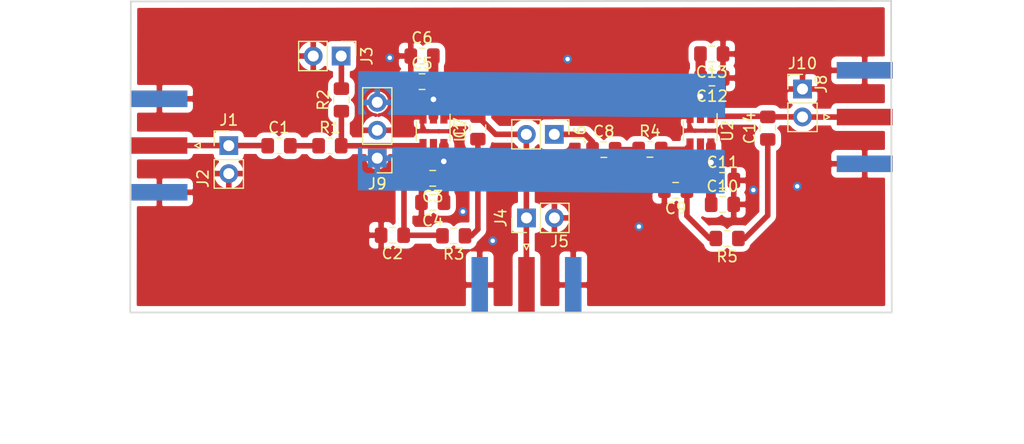
<source format=kicad_pcb>
(kicad_pcb (version 20171130) (host pcbnew "(5.1.5)-3")

  (general
    (thickness 1.6)
    (drawings 5)
    (tracks 64)
    (zones 0)
    (modules 30)
    (nets 15)
  )

  (page A4)
  (layers
    (0 F.Cu signal)
    (31 B.Cu signal)
    (32 B.Adhes user)
    (33 F.Adhes user)
    (34 B.Paste user)
    (35 F.Paste user)
    (36 B.SilkS user hide)
    (37 F.SilkS user)
    (38 B.Mask user)
    (39 F.Mask user hide)
    (40 Dwgs.User user)
    (41 Cmts.User user)
    (42 Eco1.User user)
    (43 Eco2.User user)
    (44 Edge.Cuts user)
    (45 Margin user)
    (46 B.CrtYd user)
    (47 F.CrtYd user)
    (48 B.Fab user)
    (49 F.Fab user)
  )

  (setup
    (last_trace_width 0.25)
    (trace_clearance 0.1524)
    (zone_clearance 0.508)
    (zone_45_only no)
    (trace_min 0.2)
    (via_size 0.8)
    (via_drill 0.4)
    (via_min_size 0.4)
    (via_min_drill 0.3)
    (uvia_size 0.3)
    (uvia_drill 0.1)
    (uvias_allowed no)
    (uvia_min_size 0.2)
    (uvia_min_drill 0.1)
    (edge_width 0.15)
    (segment_width 0.2)
    (pcb_text_width 0.3)
    (pcb_text_size 1.5 1.5)
    (mod_edge_width 0.15)
    (mod_text_size 1 1)
    (mod_text_width 0.15)
    (pad_size 1.7 1.7)
    (pad_drill 1)
    (pad_to_mask_clearance 0.051)
    (solder_mask_min_width 0.25)
    (aux_axis_origin 0 0)
    (visible_elements 7FFDEFFF)
    (pcbplotparams
      (layerselection 0x01000_ffffffff)
      (usegerberextensions false)
      (usegerberattributes false)
      (usegerberadvancedattributes false)
      (creategerberjobfile false)
      (excludeedgelayer true)
      (linewidth 0.100000)
      (plotframeref false)
      (viasonmask false)
      (mode 1)
      (useauxorigin false)
      (hpglpennumber 1)
      (hpglpenspeed 20)
      (hpglpendiameter 15.000000)
      (psnegative false)
      (psa4output false)
      (plotreference true)
      (plotvalue true)
      (plotinvisibletext false)
      (padsonsilk false)
      (subtractmaskfromsilk false)
      (outputformat 1)
      (mirror false)
      (drillshape 0)
      (scaleselection 1)
      (outputdirectory "E:/Conner/PLL Op-Amp Test/Right_Here_Luis/"))
  )

  (net 0 "")
  (net 1 GND)
  (net 2 +5V)
  (net 3 -5V)
  (net 4 "Net-(C1-Pad2)")
  (net 5 "Net-(C1-Pad1)")
  (net 6 "Net-(C2-Pad1)")
  (net 7 "Net-(C8-Pad1)")
  (net 8 "Net-(C8-Pad2)")
  (net 9 "Net-(C9-Pad1)")
  (net 10 "Net-(C14-Pad1)")
  (net 11 "Net-(C7-Pad2)")
  (net 12 "Net-(C7-Pad1)")
  (net 13 "Net-(C14-Pad2)")
  (net 14 "Net-(J3-Pad1)")

  (net_class Default "This is the default net class."
    (clearance 0.1524)
    (trace_width 0.25)
    (via_dia 0.8)
    (via_drill 0.4)
    (uvia_dia 0.3)
    (uvia_drill 0.1)
    (add_net +5V)
    (add_net -5V)
    (add_net GND)
    (add_net "Net-(C1-Pad1)")
    (add_net "Net-(C1-Pad2)")
    (add_net "Net-(C14-Pad1)")
    (add_net "Net-(C14-Pad2)")
    (add_net "Net-(C2-Pad1)")
    (add_net "Net-(C7-Pad1)")
    (add_net "Net-(C7-Pad2)")
    (add_net "Net-(C8-Pad1)")
    (add_net "Net-(C8-Pad2)")
    (add_net "Net-(C9-Pad1)")
    (add_net "Net-(J3-Pad1)")
  )

  (module Connector_PinHeader_2.54mm:PinHeader_1x03_P2.54mm_Vertical (layer F.Cu) (tedit 5E601AD5) (tstamp 5E55D06D)
    (at 60.57 31.09 180)
    (descr "Through hole straight pin header, 1x03, 2.54mm pitch, single row")
    (tags "Through hole pin header THT 1x03 2.54mm single row")
    (path /5E57360C)
    (fp_text reference J9 (at 0 -2.33) (layer F.SilkS)
      (effects (font (size 1 1) (thickness 0.15)))
    )
    (fp_text value Conn_01x03_Male (at 0 7.41) (layer F.Fab)
      (effects (font (size 1 1) (thickness 0.15)))
    )
    (fp_line (start -0.635 -1.27) (end 1.27 -1.27) (layer F.Fab) (width 0.1))
    (fp_line (start 1.27 -1.27) (end 1.27 6.35) (layer F.Fab) (width 0.1))
    (fp_line (start 1.27 6.35) (end -1.27 6.35) (layer F.Fab) (width 0.1))
    (fp_line (start -1.27 6.35) (end -1.27 -0.635) (layer F.Fab) (width 0.1))
    (fp_line (start -1.27 -0.635) (end -0.635 -1.27) (layer F.Fab) (width 0.1))
    (fp_line (start -1.33 6.41) (end 1.33 6.41) (layer F.SilkS) (width 0.12))
    (fp_line (start -1.33 1.27) (end -1.33 6.41) (layer F.SilkS) (width 0.12))
    (fp_line (start 1.33 1.27) (end 1.33 6.41) (layer F.SilkS) (width 0.12))
    (fp_line (start -1.33 1.27) (end 1.33 1.27) (layer F.SilkS) (width 0.12))
    (fp_line (start -1.33 0) (end -1.33 -1.33) (layer F.SilkS) (width 0.12))
    (fp_line (start -1.33 -1.33) (end 0 -1.33) (layer F.SilkS) (width 0.12))
    (fp_line (start -1.8 -1.8) (end -1.8 6.85) (layer F.CrtYd) (width 0.05))
    (fp_line (start -1.8 6.85) (end 1.8 6.85) (layer F.CrtYd) (width 0.05))
    (fp_line (start 1.8 6.85) (end 1.8 -1.8) (layer F.CrtYd) (width 0.05))
    (fp_line (start 1.8 -1.8) (end -1.8 -1.8) (layer F.CrtYd) (width 0.05))
    (fp_text user %R (at 0 2.54 90) (layer F.Fab)
      (effects (font (size 1 1) (thickness 0.15)))
    )
    (pad 1 thru_hole rect (at 0 0 180) (size 1.7 1.7) (drill 1) (layers *.Mask B.Cu)
      (net 2 +5V))
    (pad 2 thru_hole oval (at 0 2.54 180) (size 1.7 1.7) (drill 1) (layers *.Cu *.Mask)
      (net 1 GND))
    (pad 3 thru_hole oval (at 0 5.08 180) (size 1.7 1.7) (drill 1) (layers *.Mask B.Cu)
      (net 3 -5V))
    (model ${KISYS3DMOD}/Connector_PinHeader_2.54mm.3dshapes/PinHeader_1x03_P2.54mm_Vertical.wrl
      (at (xyz 0 0 0))
      (scale (xyz 1 1 1))
      (rotate (xyz 0 0 0))
    )
  )

  (module Capacitor_SMD:C_0805_2012Metric_Pad1.15x1.40mm_HandSolder (layer F.Cu) (tedit 5B36C52B) (tstamp 5E6233E5)
    (at 51.635 29.96)
    (descr "Capacitor SMD 0805 (2012 Metric), square (rectangular) end terminal, IPC_7351 nominal with elongated pad for handsoldering. (Body size source: https://docs.google.com/spreadsheets/d/1BsfQQcO9C6DZCsRaXUlFlo91Tg2WpOkGARC1WS5S8t0/edit?usp=sharing), generated with kicad-footprint-generator")
    (tags "capacitor handsolder")
    (path /5E636727)
    (attr smd)
    (fp_text reference C1 (at 0 -1.65) (layer F.SilkS)
      (effects (font (size 1 1) (thickness 0.15)))
    )
    (fp_text value 1uF (at 0 1.65) (layer F.Fab)
      (effects (font (size 1 1) (thickness 0.15)))
    )
    (fp_text user %R (at 0 0) (layer F.Fab)
      (effects (font (size 0.5 0.5) (thickness 0.08)))
    )
    (fp_line (start 1.85 0.95) (end -1.85 0.95) (layer F.CrtYd) (width 0.05))
    (fp_line (start 1.85 -0.95) (end 1.85 0.95) (layer F.CrtYd) (width 0.05))
    (fp_line (start -1.85 -0.95) (end 1.85 -0.95) (layer F.CrtYd) (width 0.05))
    (fp_line (start -1.85 0.95) (end -1.85 -0.95) (layer F.CrtYd) (width 0.05))
    (fp_line (start -0.261252 0.71) (end 0.261252 0.71) (layer F.SilkS) (width 0.12))
    (fp_line (start -0.261252 -0.71) (end 0.261252 -0.71) (layer F.SilkS) (width 0.12))
    (fp_line (start 1 0.6) (end -1 0.6) (layer F.Fab) (width 0.1))
    (fp_line (start 1 -0.6) (end 1 0.6) (layer F.Fab) (width 0.1))
    (fp_line (start -1 -0.6) (end 1 -0.6) (layer F.Fab) (width 0.1))
    (fp_line (start -1 0.6) (end -1 -0.6) (layer F.Fab) (width 0.1))
    (pad 2 smd roundrect (at 1.025 0) (size 1.15 1.4) (layers F.Cu F.Paste F.Mask) (roundrect_rratio 0.217391)
      (net 4 "Net-(C1-Pad2)"))
    (pad 1 smd roundrect (at -1.025 0) (size 1.15 1.4) (layers F.Cu F.Paste F.Mask) (roundrect_rratio 0.217391)
      (net 5 "Net-(C1-Pad1)"))
    (model ${KISYS3DMOD}/Capacitor_SMD.3dshapes/C_0805_2012Metric.wrl
      (at (xyz 0 0 0))
      (scale (xyz 1 1 1))
      (rotate (xyz 0 0 0))
    )
  )

  (module Capacitor_SMD:C_0805_2012Metric_Pad1.15x1.40mm_HandSolder (layer F.Cu) (tedit 5B36C52B) (tstamp 5E621D78)
    (at 61.945 38.1 180)
    (descr "Capacitor SMD 0805 (2012 Metric), square (rectangular) end terminal, IPC_7351 nominal with elongated pad for handsoldering. (Body size source: https://docs.google.com/spreadsheets/d/1BsfQQcO9C6DZCsRaXUlFlo91Tg2WpOkGARC1WS5S8t0/edit?usp=sharing), generated with kicad-footprint-generator")
    (tags "capacitor handsolder")
    (path /5E6484BE)
    (attr smd)
    (fp_text reference C2 (at 0 -1.65) (layer F.SilkS)
      (effects (font (size 1 1) (thickness 0.15)))
    )
    (fp_text value 1nF (at 0 1.65) (layer F.Fab)
      (effects (font (size 1 1) (thickness 0.15)))
    )
    (fp_line (start -1 0.6) (end -1 -0.6) (layer F.Fab) (width 0.1))
    (fp_line (start -1 -0.6) (end 1 -0.6) (layer F.Fab) (width 0.1))
    (fp_line (start 1 -0.6) (end 1 0.6) (layer F.Fab) (width 0.1))
    (fp_line (start 1 0.6) (end -1 0.6) (layer F.Fab) (width 0.1))
    (fp_line (start -0.261252 -0.71) (end 0.261252 -0.71) (layer F.SilkS) (width 0.12))
    (fp_line (start -0.261252 0.71) (end 0.261252 0.71) (layer F.SilkS) (width 0.12))
    (fp_line (start -1.85 0.95) (end -1.85 -0.95) (layer F.CrtYd) (width 0.05))
    (fp_line (start -1.85 -0.95) (end 1.85 -0.95) (layer F.CrtYd) (width 0.05))
    (fp_line (start 1.85 -0.95) (end 1.85 0.95) (layer F.CrtYd) (width 0.05))
    (fp_line (start 1.85 0.95) (end -1.85 0.95) (layer F.CrtYd) (width 0.05))
    (fp_text user %R (at 0 0) (layer F.Fab)
      (effects (font (size 0.5 0.5) (thickness 0.08)))
    )
    (pad 1 smd roundrect (at -1.025 0 180) (size 1.15 1.4) (layers F.Cu F.Paste F.Mask) (roundrect_rratio 0.217391)
      (net 6 "Net-(C2-Pad1)"))
    (pad 2 smd roundrect (at 1.025 0 180) (size 1.15 1.4) (layers F.Cu F.Paste F.Mask) (roundrect_rratio 0.217391)
      (net 1 GND))
    (model ${KISYS3DMOD}/Capacitor_SMD.3dshapes/C_0805_2012Metric.wrl
      (at (xyz 0 0 0))
      (scale (xyz 1 1 1))
      (rotate (xyz 0 0 0))
    )
  )

  (module Capacitor_SMD:C_0805_2012Metric_Pad1.15x1.40mm_HandSolder (layer F.Cu) (tedit 5B36C52B) (tstamp 5E621D89)
    (at 65.615 32.92 180)
    (descr "Capacitor SMD 0805 (2012 Metric), square (rectangular) end terminal, IPC_7351 nominal with elongated pad for handsoldering. (Body size source: https://docs.google.com/spreadsheets/d/1BsfQQcO9C6DZCsRaXUlFlo91Tg2WpOkGARC1WS5S8t0/edit?usp=sharing), generated with kicad-footprint-generator")
    (tags "capacitor handsolder")
    (path /5E693C38)
    (attr smd)
    (fp_text reference C3 (at 0 -1.65) (layer F.SilkS)
      (effects (font (size 1 1) (thickness 0.15)))
    )
    (fp_text value 10uF (at 0 1.65) (layer F.Fab)
      (effects (font (size 1 1) (thickness 0.15)))
    )
    (fp_line (start -1 0.6) (end -1 -0.6) (layer F.Fab) (width 0.1))
    (fp_line (start -1 -0.6) (end 1 -0.6) (layer F.Fab) (width 0.1))
    (fp_line (start 1 -0.6) (end 1 0.6) (layer F.Fab) (width 0.1))
    (fp_line (start 1 0.6) (end -1 0.6) (layer F.Fab) (width 0.1))
    (fp_line (start -0.261252 -0.71) (end 0.261252 -0.71) (layer F.SilkS) (width 0.12))
    (fp_line (start -0.261252 0.71) (end 0.261252 0.71) (layer F.SilkS) (width 0.12))
    (fp_line (start -1.85 0.95) (end -1.85 -0.95) (layer F.CrtYd) (width 0.05))
    (fp_line (start -1.85 -0.95) (end 1.85 -0.95) (layer F.CrtYd) (width 0.05))
    (fp_line (start 1.85 -0.95) (end 1.85 0.95) (layer F.CrtYd) (width 0.05))
    (fp_line (start 1.85 0.95) (end -1.85 0.95) (layer F.CrtYd) (width 0.05))
    (fp_text user %R (at 0 0) (layer F.Fab)
      (effects (font (size 0.5 0.5) (thickness 0.08)))
    )
    (pad 1 smd roundrect (at -1.025 0 180) (size 1.15 1.4) (layers F.Cu F.Paste F.Mask) (roundrect_rratio 0.217391)
      (net 2 +5V))
    (pad 2 smd roundrect (at 1.025 0 180) (size 1.15 1.4) (layers F.Cu F.Paste F.Mask) (roundrect_rratio 0.217391)
      (net 1 GND))
    (model ${KISYS3DMOD}/Capacitor_SMD.3dshapes/C_0805_2012Metric.wrl
      (at (xyz 0 0 0))
      (scale (xyz 1 1 1))
      (rotate (xyz 0 0 0))
    )
  )

  (module Capacitor_SMD:C_0805_2012Metric_Pad1.15x1.40mm_HandSolder (layer F.Cu) (tedit 5B36C52B) (tstamp 5E621D9A)
    (at 65.615 35.11 180)
    (descr "Capacitor SMD 0805 (2012 Metric), square (rectangular) end terminal, IPC_7351 nominal with elongated pad for handsoldering. (Body size source: https://docs.google.com/spreadsheets/d/1BsfQQcO9C6DZCsRaXUlFlo91Tg2WpOkGARC1WS5S8t0/edit?usp=sharing), generated with kicad-footprint-generator")
    (tags "capacitor handsolder")
    (path /5E693C32)
    (attr smd)
    (fp_text reference C4 (at 0 -1.65) (layer F.SilkS)
      (effects (font (size 1 1) (thickness 0.15)))
    )
    (fp_text value 0.1uF (at 0 1.65) (layer F.Fab)
      (effects (font (size 1 1) (thickness 0.15)))
    )
    (fp_text user %R (at 0 0) (layer F.Fab)
      (effects (font (size 0.5 0.5) (thickness 0.08)))
    )
    (fp_line (start 1.85 0.95) (end -1.85 0.95) (layer F.CrtYd) (width 0.05))
    (fp_line (start 1.85 -0.95) (end 1.85 0.95) (layer F.CrtYd) (width 0.05))
    (fp_line (start -1.85 -0.95) (end 1.85 -0.95) (layer F.CrtYd) (width 0.05))
    (fp_line (start -1.85 0.95) (end -1.85 -0.95) (layer F.CrtYd) (width 0.05))
    (fp_line (start -0.261252 0.71) (end 0.261252 0.71) (layer F.SilkS) (width 0.12))
    (fp_line (start -0.261252 -0.71) (end 0.261252 -0.71) (layer F.SilkS) (width 0.12))
    (fp_line (start 1 0.6) (end -1 0.6) (layer F.Fab) (width 0.1))
    (fp_line (start 1 -0.6) (end 1 0.6) (layer F.Fab) (width 0.1))
    (fp_line (start -1 -0.6) (end 1 -0.6) (layer F.Fab) (width 0.1))
    (fp_line (start -1 0.6) (end -1 -0.6) (layer F.Fab) (width 0.1))
    (pad 2 smd roundrect (at 1.025 0 180) (size 1.15 1.4) (layers F.Cu F.Paste F.Mask) (roundrect_rratio 0.217391)
      (net 1 GND))
    (pad 1 smd roundrect (at -1.025 0 180) (size 1.15 1.4) (layers F.Cu F.Paste F.Mask) (roundrect_rratio 0.217391)
      (net 2 +5V))
    (model ${KISYS3DMOD}/Capacitor_SMD.3dshapes/C_0805_2012Metric.wrl
      (at (xyz 0 0 0))
      (scale (xyz 1 1 1))
      (rotate (xyz 0 0 0))
    )
  )

  (module Capacitor_SMD:C_0805_2012Metric_Pad1.15x1.40mm_HandSolder (layer F.Cu) (tedit 5B36C52B) (tstamp 5E621DAB)
    (at 64.645 24.13)
    (descr "Capacitor SMD 0805 (2012 Metric), square (rectangular) end terminal, IPC_7351 nominal with elongated pad for handsoldering. (Body size source: https://docs.google.com/spreadsheets/d/1BsfQQcO9C6DZCsRaXUlFlo91Tg2WpOkGARC1WS5S8t0/edit?usp=sharing), generated with kicad-footprint-generator")
    (tags "capacitor handsolder")
    (path /5E672544)
    (attr smd)
    (fp_text reference C5 (at 0 -1.65) (layer F.SilkS)
      (effects (font (size 1 1) (thickness 0.15)))
    )
    (fp_text value 0.1uF (at 0 1.65) (layer F.Fab)
      (effects (font (size 1 1) (thickness 0.15)))
    )
    (fp_text user %R (at 0 0) (layer F.Fab)
      (effects (font (size 0.5 0.5) (thickness 0.08)))
    )
    (fp_line (start 1.85 0.95) (end -1.85 0.95) (layer F.CrtYd) (width 0.05))
    (fp_line (start 1.85 -0.95) (end 1.85 0.95) (layer F.CrtYd) (width 0.05))
    (fp_line (start -1.85 -0.95) (end 1.85 -0.95) (layer F.CrtYd) (width 0.05))
    (fp_line (start -1.85 0.95) (end -1.85 -0.95) (layer F.CrtYd) (width 0.05))
    (fp_line (start -0.261252 0.71) (end 0.261252 0.71) (layer F.SilkS) (width 0.12))
    (fp_line (start -0.261252 -0.71) (end 0.261252 -0.71) (layer F.SilkS) (width 0.12))
    (fp_line (start 1 0.6) (end -1 0.6) (layer F.Fab) (width 0.1))
    (fp_line (start 1 -0.6) (end 1 0.6) (layer F.Fab) (width 0.1))
    (fp_line (start -1 -0.6) (end 1 -0.6) (layer F.Fab) (width 0.1))
    (fp_line (start -1 0.6) (end -1 -0.6) (layer F.Fab) (width 0.1))
    (pad 2 smd roundrect (at 1.025 0) (size 1.15 1.4) (layers F.Cu F.Paste F.Mask) (roundrect_rratio 0.217391)
      (net 3 -5V))
    (pad 1 smd roundrect (at -1.025 0) (size 1.15 1.4) (layers F.Cu F.Paste F.Mask) (roundrect_rratio 0.217391)
      (net 1 GND))
    (model ${KISYS3DMOD}/Capacitor_SMD.3dshapes/C_0805_2012Metric.wrl
      (at (xyz 0 0 0))
      (scale (xyz 1 1 1))
      (rotate (xyz 0 0 0))
    )
  )

  (module Capacitor_SMD:C_0805_2012Metric_Pad1.15x1.40mm_HandSolder (layer F.Cu) (tedit 5B36C52B) (tstamp 5E621DBC)
    (at 64.645 21.8)
    (descr "Capacitor SMD 0805 (2012 Metric), square (rectangular) end terminal, IPC_7351 nominal with elongated pad for handsoldering. (Body size source: https://docs.google.com/spreadsheets/d/1BsfQQcO9C6DZCsRaXUlFlo91Tg2WpOkGARC1WS5S8t0/edit?usp=sharing), generated with kicad-footprint-generator")
    (tags "capacitor handsolder")
    (path /5E67254A)
    (attr smd)
    (fp_text reference C6 (at 0 -1.65) (layer F.SilkS)
      (effects (font (size 1 1) (thickness 0.15)))
    )
    (fp_text value 10uF (at 0 1.65) (layer F.Fab)
      (effects (font (size 1 1) (thickness 0.15)))
    )
    (fp_line (start -1 0.6) (end -1 -0.6) (layer F.Fab) (width 0.1))
    (fp_line (start -1 -0.6) (end 1 -0.6) (layer F.Fab) (width 0.1))
    (fp_line (start 1 -0.6) (end 1 0.6) (layer F.Fab) (width 0.1))
    (fp_line (start 1 0.6) (end -1 0.6) (layer F.Fab) (width 0.1))
    (fp_line (start -0.261252 -0.71) (end 0.261252 -0.71) (layer F.SilkS) (width 0.12))
    (fp_line (start -0.261252 0.71) (end 0.261252 0.71) (layer F.SilkS) (width 0.12))
    (fp_line (start -1.85 0.95) (end -1.85 -0.95) (layer F.CrtYd) (width 0.05))
    (fp_line (start -1.85 -0.95) (end 1.85 -0.95) (layer F.CrtYd) (width 0.05))
    (fp_line (start 1.85 -0.95) (end 1.85 0.95) (layer F.CrtYd) (width 0.05))
    (fp_line (start 1.85 0.95) (end -1.85 0.95) (layer F.CrtYd) (width 0.05))
    (fp_text user %R (at 0 0) (layer F.Fab)
      (effects (font (size 0.5 0.5) (thickness 0.08)))
    )
    (pad 1 smd roundrect (at -1.025 0) (size 1.15 1.4) (layers F.Cu F.Paste F.Mask) (roundrect_rratio 0.217391)
      (net 1 GND))
    (pad 2 smd roundrect (at 1.025 0) (size 1.15 1.4) (layers F.Cu F.Paste F.Mask) (roundrect_rratio 0.217391)
      (net 3 -5V))
    (model ${KISYS3DMOD}/Capacitor_SMD.3dshapes/C_0805_2012Metric.wrl
      (at (xyz 0 0 0))
      (scale (xyz 1 1 1))
      (rotate (xyz 0 0 0))
    )
  )

  (module Capacitor_SMD:C_0805_2012Metric_Pad1.15x1.40mm_HandSolder (layer F.Cu) (tedit 5B36C52B) (tstamp 5E621DCD)
    (at 69.72 28.33 90)
    (descr "Capacitor SMD 0805 (2012 Metric), square (rectangular) end terminal, IPC_7351 nominal with elongated pad for handsoldering. (Body size source: https://docs.google.com/spreadsheets/d/1BsfQQcO9C6DZCsRaXUlFlo91Tg2WpOkGARC1WS5S8t0/edit?usp=sharing), generated with kicad-footprint-generator")
    (tags "capacitor handsolder")
    (path /5E652079)
    (attr smd)
    (fp_text reference C7 (at 0 -1.65 90) (layer F.SilkS)
      (effects (font (size 1 1) (thickness 0.15)))
    )
    (fp_text value 150pF (at 0 1.65 90) (layer F.Fab)
      (effects (font (size 1 1) (thickness 0.15)))
    )
    (fp_text user %R (at 0 0 90) (layer F.Fab)
      (effects (font (size 0.5 0.5) (thickness 0.08)))
    )
    (fp_line (start 1.85 0.95) (end -1.85 0.95) (layer F.CrtYd) (width 0.05))
    (fp_line (start 1.85 -0.95) (end 1.85 0.95) (layer F.CrtYd) (width 0.05))
    (fp_line (start -1.85 -0.95) (end 1.85 -0.95) (layer F.CrtYd) (width 0.05))
    (fp_line (start -1.85 0.95) (end -1.85 -0.95) (layer F.CrtYd) (width 0.05))
    (fp_line (start -0.261252 0.71) (end 0.261252 0.71) (layer F.SilkS) (width 0.12))
    (fp_line (start -0.261252 -0.71) (end 0.261252 -0.71) (layer F.SilkS) (width 0.12))
    (fp_line (start 1 0.6) (end -1 0.6) (layer F.Fab) (width 0.1))
    (fp_line (start 1 -0.6) (end 1 0.6) (layer F.Fab) (width 0.1))
    (fp_line (start -1 -0.6) (end 1 -0.6) (layer F.Fab) (width 0.1))
    (fp_line (start -1 0.6) (end -1 -0.6) (layer F.Fab) (width 0.1))
    (pad 2 smd roundrect (at 1.025 0 90) (size 1.15 1.4) (layers F.Cu F.Paste F.Mask) (roundrect_rratio 0.217391)
      (net 11 "Net-(C7-Pad2)"))
    (pad 1 smd roundrect (at -1.025 0 90) (size 1.15 1.4) (layers F.Cu F.Paste F.Mask) (roundrect_rratio 0.217391)
      (net 12 "Net-(C7-Pad1)"))
    (model ${KISYS3DMOD}/Capacitor_SMD.3dshapes/C_0805_2012Metric.wrl
      (at (xyz 0 0 0))
      (scale (xyz 1 1 1))
      (rotate (xyz 0 0 0))
    )
  )

  (module Capacitor_SMD:C_0805_2012Metric_Pad1.15x1.40mm_HandSolder (layer F.Cu) (tedit 5B36C52B) (tstamp 5E621DDE)
    (at 81.175 30.31)
    (descr "Capacitor SMD 0805 (2012 Metric), square (rectangular) end terminal, IPC_7351 nominal with elongated pad for handsoldering. (Body size source: https://docs.google.com/spreadsheets/d/1BsfQQcO9C6DZCsRaXUlFlo91Tg2WpOkGARC1WS5S8t0/edit?usp=sharing), generated with kicad-footprint-generator")
    (tags "capacitor handsolder")
    (path /5E6F46BE)
    (attr smd)
    (fp_text reference C8 (at 0 -1.65) (layer F.SilkS)
      (effects (font (size 1 1) (thickness 0.15)))
    )
    (fp_text value 1uF (at 0 1.65) (layer F.Fab)
      (effects (font (size 1 1) (thickness 0.15)))
    )
    (fp_line (start -1 0.6) (end -1 -0.6) (layer F.Fab) (width 0.1))
    (fp_line (start -1 -0.6) (end 1 -0.6) (layer F.Fab) (width 0.1))
    (fp_line (start 1 -0.6) (end 1 0.6) (layer F.Fab) (width 0.1))
    (fp_line (start 1 0.6) (end -1 0.6) (layer F.Fab) (width 0.1))
    (fp_line (start -0.261252 -0.71) (end 0.261252 -0.71) (layer F.SilkS) (width 0.12))
    (fp_line (start -0.261252 0.71) (end 0.261252 0.71) (layer F.SilkS) (width 0.12))
    (fp_line (start -1.85 0.95) (end -1.85 -0.95) (layer F.CrtYd) (width 0.05))
    (fp_line (start -1.85 -0.95) (end 1.85 -0.95) (layer F.CrtYd) (width 0.05))
    (fp_line (start 1.85 -0.95) (end 1.85 0.95) (layer F.CrtYd) (width 0.05))
    (fp_line (start 1.85 0.95) (end -1.85 0.95) (layer F.CrtYd) (width 0.05))
    (fp_text user %R (at 0 0) (layer F.Fab)
      (effects (font (size 0.5 0.5) (thickness 0.08)))
    )
    (pad 1 smd roundrect (at -1.025 0) (size 1.15 1.4) (layers F.Cu F.Paste F.Mask) (roundrect_rratio 0.217391)
      (net 7 "Net-(C8-Pad1)"))
    (pad 2 smd roundrect (at 1.025 0) (size 1.15 1.4) (layers F.Cu F.Paste F.Mask) (roundrect_rratio 0.217391)
      (net 8 "Net-(C8-Pad2)"))
    (model ${KISYS3DMOD}/Capacitor_SMD.3dshapes/C_0805_2012Metric.wrl
      (at (xyz 0 0 0))
      (scale (xyz 1 1 1))
      (rotate (xyz 0 0 0))
    )
  )

  (module Capacitor_SMD:C_0805_2012Metric_Pad1.15x1.40mm_HandSolder (layer F.Cu) (tedit 5B36C52B) (tstamp 5E621DEF)
    (at 87.705 34.01 180)
    (descr "Capacitor SMD 0805 (2012 Metric), square (rectangular) end terminal, IPC_7351 nominal with elongated pad for handsoldering. (Body size source: https://docs.google.com/spreadsheets/d/1BsfQQcO9C6DZCsRaXUlFlo91Tg2WpOkGARC1WS5S8t0/edit?usp=sharing), generated with kicad-footprint-generator")
    (tags "capacitor handsolder")
    (path /5E718D5C)
    (attr smd)
    (fp_text reference C9 (at 0 -1.65) (layer F.SilkS)
      (effects (font (size 1 1) (thickness 0.15)))
    )
    (fp_text value 1nF (at 0 1.65) (layer F.Fab)
      (effects (font (size 1 1) (thickness 0.15)))
    )
    (fp_text user %R (at 0 0) (layer F.Fab)
      (effects (font (size 0.5 0.5) (thickness 0.08)))
    )
    (fp_line (start 1.85 0.95) (end -1.85 0.95) (layer F.CrtYd) (width 0.05))
    (fp_line (start 1.85 -0.95) (end 1.85 0.95) (layer F.CrtYd) (width 0.05))
    (fp_line (start -1.85 -0.95) (end 1.85 -0.95) (layer F.CrtYd) (width 0.05))
    (fp_line (start -1.85 0.95) (end -1.85 -0.95) (layer F.CrtYd) (width 0.05))
    (fp_line (start -0.261252 0.71) (end 0.261252 0.71) (layer F.SilkS) (width 0.12))
    (fp_line (start -0.261252 -0.71) (end 0.261252 -0.71) (layer F.SilkS) (width 0.12))
    (fp_line (start 1 0.6) (end -1 0.6) (layer F.Fab) (width 0.1))
    (fp_line (start 1 -0.6) (end 1 0.6) (layer F.Fab) (width 0.1))
    (fp_line (start -1 -0.6) (end 1 -0.6) (layer F.Fab) (width 0.1))
    (fp_line (start -1 0.6) (end -1 -0.6) (layer F.Fab) (width 0.1))
    (pad 2 smd roundrect (at 1.025 0 180) (size 1.15 1.4) (layers F.Cu F.Paste F.Mask) (roundrect_rratio 0.217391)
      (net 1 GND))
    (pad 1 smd roundrect (at -1.025 0 180) (size 1.15 1.4) (layers F.Cu F.Paste F.Mask) (roundrect_rratio 0.217391)
      (net 9 "Net-(C9-Pad1)"))
    (model ${KISYS3DMOD}/Capacitor_SMD.3dshapes/C_0805_2012Metric.wrl
      (at (xyz 0 0 0))
      (scale (xyz 1 1 1))
      (rotate (xyz 0 0 0))
    )
  )

  (module Capacitor_SMD:C_0805_2012Metric_Pad1.15x1.40mm_HandSolder (layer F.Cu) (tedit 5B36C52B) (tstamp 5E62472A)
    (at 91.96 35.29)
    (descr "Capacitor SMD 0805 (2012 Metric), square (rectangular) end terminal, IPC_7351 nominal with elongated pad for handsoldering. (Body size source: https://docs.google.com/spreadsheets/d/1BsfQQcO9C6DZCsRaXUlFlo91Tg2WpOkGARC1WS5S8t0/edit?usp=sharing), generated with kicad-footprint-generator")
    (tags "capacitor handsolder")
    (path /5E70CFBB)
    (attr smd)
    (fp_text reference C10 (at 0 -1.65) (layer F.SilkS)
      (effects (font (size 1 1) (thickness 0.15)))
    )
    (fp_text value 10uF (at 0 1.65) (layer F.Fab)
      (effects (font (size 1 1) (thickness 0.15)))
    )
    (fp_line (start -1 0.6) (end -1 -0.6) (layer F.Fab) (width 0.1))
    (fp_line (start -1 -0.6) (end 1 -0.6) (layer F.Fab) (width 0.1))
    (fp_line (start 1 -0.6) (end 1 0.6) (layer F.Fab) (width 0.1))
    (fp_line (start 1 0.6) (end -1 0.6) (layer F.Fab) (width 0.1))
    (fp_line (start -0.261252 -0.71) (end 0.261252 -0.71) (layer F.SilkS) (width 0.12))
    (fp_line (start -0.261252 0.71) (end 0.261252 0.71) (layer F.SilkS) (width 0.12))
    (fp_line (start -1.85 0.95) (end -1.85 -0.95) (layer F.CrtYd) (width 0.05))
    (fp_line (start -1.85 -0.95) (end 1.85 -0.95) (layer F.CrtYd) (width 0.05))
    (fp_line (start 1.85 -0.95) (end 1.85 0.95) (layer F.CrtYd) (width 0.05))
    (fp_line (start 1.85 0.95) (end -1.85 0.95) (layer F.CrtYd) (width 0.05))
    (fp_text user %R (at 0 0) (layer F.Fab)
      (effects (font (size 0.5 0.5) (thickness 0.08)))
    )
    (pad 1 smd roundrect (at -1.025 0) (size 1.15 1.4) (layers F.Cu F.Paste F.Mask) (roundrect_rratio 0.217391)
      (net 2 +5V))
    (pad 2 smd roundrect (at 1.025 0) (size 1.15 1.4) (layers F.Cu F.Paste F.Mask) (roundrect_rratio 0.217391)
      (net 1 GND))
    (model ${KISYS3DMOD}/Capacitor_SMD.3dshapes/C_0805_2012Metric.wrl
      (at (xyz 0 0 0))
      (scale (xyz 1 1 1))
      (rotate (xyz 0 0 0))
    )
  )

  (module Capacitor_SMD:C_0805_2012Metric_Pad1.15x1.40mm_HandSolder (layer F.Cu) (tedit 5B36C52B) (tstamp 5E6246FA)
    (at 91.975 33.11)
    (descr "Capacitor SMD 0805 (2012 Metric), square (rectangular) end terminal, IPC_7351 nominal with elongated pad for handsoldering. (Body size source: https://docs.google.com/spreadsheets/d/1BsfQQcO9C6DZCsRaXUlFlo91Tg2WpOkGARC1WS5S8t0/edit?usp=sharing), generated with kicad-footprint-generator")
    (tags "capacitor handsolder")
    (path /5E70CFB5)
    (attr smd)
    (fp_text reference C11 (at 0 -1.65) (layer F.SilkS)
      (effects (font (size 1 1) (thickness 0.15)))
    )
    (fp_text value 0.1uF (at 0 1.65) (layer F.Fab)
      (effects (font (size 1 1) (thickness 0.15)))
    )
    (fp_text user %R (at 0 0) (layer F.Fab)
      (effects (font (size 0.5 0.5) (thickness 0.08)))
    )
    (fp_line (start 1.85 0.95) (end -1.85 0.95) (layer F.CrtYd) (width 0.05))
    (fp_line (start 1.85 -0.95) (end 1.85 0.95) (layer F.CrtYd) (width 0.05))
    (fp_line (start -1.85 -0.95) (end 1.85 -0.95) (layer F.CrtYd) (width 0.05))
    (fp_line (start -1.85 0.95) (end -1.85 -0.95) (layer F.CrtYd) (width 0.05))
    (fp_line (start -0.261252 0.71) (end 0.261252 0.71) (layer F.SilkS) (width 0.12))
    (fp_line (start -0.261252 -0.71) (end 0.261252 -0.71) (layer F.SilkS) (width 0.12))
    (fp_line (start 1 0.6) (end -1 0.6) (layer F.Fab) (width 0.1))
    (fp_line (start 1 -0.6) (end 1 0.6) (layer F.Fab) (width 0.1))
    (fp_line (start -1 -0.6) (end 1 -0.6) (layer F.Fab) (width 0.1))
    (fp_line (start -1 0.6) (end -1 -0.6) (layer F.Fab) (width 0.1))
    (pad 2 smd roundrect (at 1.025 0) (size 1.15 1.4) (layers F.Cu F.Paste F.Mask) (roundrect_rratio 0.217391)
      (net 1 GND))
    (pad 1 smd roundrect (at -1.025 0) (size 1.15 1.4) (layers F.Cu F.Paste F.Mask) (roundrect_rratio 0.217391)
      (net 2 +5V))
    (model ${KISYS3DMOD}/Capacitor_SMD.3dshapes/C_0805_2012Metric.wrl
      (at (xyz 0 0 0))
      (scale (xyz 1 1 1))
      (rotate (xyz 0 0 0))
    )
  )

  (module Capacitor_SMD:C_0805_2012Metric_Pad1.15x1.40mm_HandSolder (layer F.Cu) (tedit 5B36C52B) (tstamp 5E621E22)
    (at 91.005 23.8 180)
    (descr "Capacitor SMD 0805 (2012 Metric), square (rectangular) end terminal, IPC_7351 nominal with elongated pad for handsoldering. (Body size source: https://docs.google.com/spreadsheets/d/1BsfQQcO9C6DZCsRaXUlFlo91Tg2WpOkGARC1WS5S8t0/edit?usp=sharing), generated with kicad-footprint-generator")
    (tags "capacitor handsolder")
    (path /5E711E13)
    (attr smd)
    (fp_text reference C12 (at 0 -1.65) (layer F.SilkS)
      (effects (font (size 1 1) (thickness 0.15)))
    )
    (fp_text value 0.1uF (at 0 1.65) (layer F.Fab)
      (effects (font (size 1 1) (thickness 0.15)))
    )
    (fp_text user %R (at 0 0) (layer F.Fab)
      (effects (font (size 0.5 0.5) (thickness 0.08)))
    )
    (fp_line (start 1.85 0.95) (end -1.85 0.95) (layer F.CrtYd) (width 0.05))
    (fp_line (start 1.85 -0.95) (end 1.85 0.95) (layer F.CrtYd) (width 0.05))
    (fp_line (start -1.85 -0.95) (end 1.85 -0.95) (layer F.CrtYd) (width 0.05))
    (fp_line (start -1.85 0.95) (end -1.85 -0.95) (layer F.CrtYd) (width 0.05))
    (fp_line (start -0.261252 0.71) (end 0.261252 0.71) (layer F.SilkS) (width 0.12))
    (fp_line (start -0.261252 -0.71) (end 0.261252 -0.71) (layer F.SilkS) (width 0.12))
    (fp_line (start 1 0.6) (end -1 0.6) (layer F.Fab) (width 0.1))
    (fp_line (start 1 -0.6) (end 1 0.6) (layer F.Fab) (width 0.1))
    (fp_line (start -1 -0.6) (end 1 -0.6) (layer F.Fab) (width 0.1))
    (fp_line (start -1 0.6) (end -1 -0.6) (layer F.Fab) (width 0.1))
    (pad 2 smd roundrect (at 1.025 0 180) (size 1.15 1.4) (layers F.Cu F.Paste F.Mask) (roundrect_rratio 0.217391)
      (net 3 -5V))
    (pad 1 smd roundrect (at -1.025 0 180) (size 1.15 1.4) (layers F.Cu F.Paste F.Mask) (roundrect_rratio 0.217391)
      (net 1 GND))
    (model ${KISYS3DMOD}/Capacitor_SMD.3dshapes/C_0805_2012Metric.wrl
      (at (xyz 0 0 0))
      (scale (xyz 1 1 1))
      (rotate (xyz 0 0 0))
    )
  )

  (module Capacitor_SMD:C_0805_2012Metric_Pad1.15x1.40mm_HandSolder (layer F.Cu) (tedit 5B36C52B) (tstamp 5E621E33)
    (at 90.985 21.61 180)
    (descr "Capacitor SMD 0805 (2012 Metric), square (rectangular) end terminal, IPC_7351 nominal with elongated pad for handsoldering. (Body size source: https://docs.google.com/spreadsheets/d/1BsfQQcO9C6DZCsRaXUlFlo91Tg2WpOkGARC1WS5S8t0/edit?usp=sharing), generated with kicad-footprint-generator")
    (tags "capacitor handsolder")
    (path /5E711E19)
    (attr smd)
    (fp_text reference C13 (at 0 -1.65) (layer F.SilkS)
      (effects (font (size 1 1) (thickness 0.15)))
    )
    (fp_text value 10uF (at 0 1.65) (layer F.Fab)
      (effects (font (size 1 1) (thickness 0.15)))
    )
    (fp_line (start -1 0.6) (end -1 -0.6) (layer F.Fab) (width 0.1))
    (fp_line (start -1 -0.6) (end 1 -0.6) (layer F.Fab) (width 0.1))
    (fp_line (start 1 -0.6) (end 1 0.6) (layer F.Fab) (width 0.1))
    (fp_line (start 1 0.6) (end -1 0.6) (layer F.Fab) (width 0.1))
    (fp_line (start -0.261252 -0.71) (end 0.261252 -0.71) (layer F.SilkS) (width 0.12))
    (fp_line (start -0.261252 0.71) (end 0.261252 0.71) (layer F.SilkS) (width 0.12))
    (fp_line (start -1.85 0.95) (end -1.85 -0.95) (layer F.CrtYd) (width 0.05))
    (fp_line (start -1.85 -0.95) (end 1.85 -0.95) (layer F.CrtYd) (width 0.05))
    (fp_line (start 1.85 -0.95) (end 1.85 0.95) (layer F.CrtYd) (width 0.05))
    (fp_line (start 1.85 0.95) (end -1.85 0.95) (layer F.CrtYd) (width 0.05))
    (fp_text user %R (at 0 0) (layer F.Fab)
      (effects (font (size 0.5 0.5) (thickness 0.08)))
    )
    (pad 1 smd roundrect (at -1.025 0 180) (size 1.15 1.4) (layers F.Cu F.Paste F.Mask) (roundrect_rratio 0.217391)
      (net 1 GND))
    (pad 2 smd roundrect (at 1.025 0 180) (size 1.15 1.4) (layers F.Cu F.Paste F.Mask) (roundrect_rratio 0.217391)
      (net 3 -5V))
    (model ${KISYS3DMOD}/Capacitor_SMD.3dshapes/C_0805_2012Metric.wrl
      (at (xyz 0 0 0))
      (scale (xyz 1 1 1))
      (rotate (xyz 0 0 0))
    )
  )

  (module Capacitor_SMD:C_0805_2012Metric_Pad1.15x1.40mm_HandSolder (layer F.Cu) (tedit 5B36C52B) (tstamp 5E621E44)
    (at 96.08 28.36 90)
    (descr "Capacitor SMD 0805 (2012 Metric), square (rectangular) end terminal, IPC_7351 nominal with elongated pad for handsoldering. (Body size source: https://docs.google.com/spreadsheets/d/1BsfQQcO9C6DZCsRaXUlFlo91Tg2WpOkGARC1WS5S8t0/edit?usp=sharing), generated with kicad-footprint-generator")
    (tags "capacitor handsolder")
    (path /5E718D56)
    (attr smd)
    (fp_text reference C14 (at 0 -1.65 90) (layer F.SilkS)
      (effects (font (size 1 1) (thickness 0.15)))
    )
    (fp_text value 150pF (at 0 1.65 90) (layer F.Fab)
      (effects (font (size 1 1) (thickness 0.15)))
    )
    (fp_line (start -1 0.6) (end -1 -0.6) (layer F.Fab) (width 0.1))
    (fp_line (start -1 -0.6) (end 1 -0.6) (layer F.Fab) (width 0.1))
    (fp_line (start 1 -0.6) (end 1 0.6) (layer F.Fab) (width 0.1))
    (fp_line (start 1 0.6) (end -1 0.6) (layer F.Fab) (width 0.1))
    (fp_line (start -0.261252 -0.71) (end 0.261252 -0.71) (layer F.SilkS) (width 0.12))
    (fp_line (start -0.261252 0.71) (end 0.261252 0.71) (layer F.SilkS) (width 0.12))
    (fp_line (start -1.85 0.95) (end -1.85 -0.95) (layer F.CrtYd) (width 0.05))
    (fp_line (start -1.85 -0.95) (end 1.85 -0.95) (layer F.CrtYd) (width 0.05))
    (fp_line (start 1.85 -0.95) (end 1.85 0.95) (layer F.CrtYd) (width 0.05))
    (fp_line (start 1.85 0.95) (end -1.85 0.95) (layer F.CrtYd) (width 0.05))
    (fp_text user %R (at 0 0 90) (layer F.Fab)
      (effects (font (size 0.5 0.5) (thickness 0.08)))
    )
    (pad 1 smd roundrect (at -1.025 0 90) (size 1.15 1.4) (layers F.Cu F.Paste F.Mask) (roundrect_rratio 0.217391)
      (net 10 "Net-(C14-Pad1)"))
    (pad 2 smd roundrect (at 1.025 0 90) (size 1.15 1.4) (layers F.Cu F.Paste F.Mask) (roundrect_rratio 0.217391)
      (net 13 "Net-(C14-Pad2)"))
    (model ${KISYS3DMOD}/Capacitor_SMD.3dshapes/C_0805_2012Metric.wrl
      (at (xyz 0 0 0))
      (scale (xyz 1 1 1))
      (rotate (xyz 0 0 0))
    )
  )

  (module Connector_PinHeader_2.54mm:PinHeader_1x02_P2.54mm_Vertical (layer F.Cu) (tedit 59FED5CC) (tstamp 5E6233AB)
    (at 47.07 29.95)
    (descr "Through hole straight pin header, 1x02, 2.54mm pitch, single row")
    (tags "Through hole pin header THT 1x02 2.54mm single row")
    (path /5E63672E)
    (fp_text reference J1 (at 0 -2.33) (layer F.SilkS)
      (effects (font (size 1 1) (thickness 0.15)))
    )
    (fp_text value Conn_01x02_Male (at 0 4.87) (layer F.Fab)
      (effects (font (size 1 1) (thickness 0.15)))
    )
    (fp_line (start -0.635 -1.27) (end 1.27 -1.27) (layer F.Fab) (width 0.1))
    (fp_line (start 1.27 -1.27) (end 1.27 3.81) (layer F.Fab) (width 0.1))
    (fp_line (start 1.27 3.81) (end -1.27 3.81) (layer F.Fab) (width 0.1))
    (fp_line (start -1.27 3.81) (end -1.27 -0.635) (layer F.Fab) (width 0.1))
    (fp_line (start -1.27 -0.635) (end -0.635 -1.27) (layer F.Fab) (width 0.1))
    (fp_line (start -1.33 3.87) (end 1.33 3.87) (layer F.SilkS) (width 0.12))
    (fp_line (start -1.33 1.27) (end -1.33 3.87) (layer F.SilkS) (width 0.12))
    (fp_line (start 1.33 1.27) (end 1.33 3.87) (layer F.SilkS) (width 0.12))
    (fp_line (start -1.33 1.27) (end 1.33 1.27) (layer F.SilkS) (width 0.12))
    (fp_line (start -1.33 0) (end -1.33 -1.33) (layer F.SilkS) (width 0.12))
    (fp_line (start -1.33 -1.33) (end 0 -1.33) (layer F.SilkS) (width 0.12))
    (fp_line (start -1.8 -1.8) (end -1.8 4.35) (layer F.CrtYd) (width 0.05))
    (fp_line (start -1.8 4.35) (end 1.8 4.35) (layer F.CrtYd) (width 0.05))
    (fp_line (start 1.8 4.35) (end 1.8 -1.8) (layer F.CrtYd) (width 0.05))
    (fp_line (start 1.8 -1.8) (end -1.8 -1.8) (layer F.CrtYd) (width 0.05))
    (fp_text user %R (at 0 1.27 90) (layer F.Fab)
      (effects (font (size 1 1) (thickness 0.15)))
    )
    (pad 1 thru_hole rect (at 0 0) (size 1.7 1.7) (drill 1) (layers *.Cu *.Mask)
      (net 5 "Net-(C1-Pad1)"))
    (pad 2 thru_hole oval (at 0 2.54) (size 1.7 1.7) (drill 1) (layers *.Cu *.Mask)
      (net 1 GND))
    (model ${KISYS3DMOD}/Connector_PinHeader_2.54mm.3dshapes/PinHeader_1x02_P2.54mm_Vertical.wrl
      (at (xyz 0 0 0))
      (scale (xyz 1 1 1))
      (rotate (xyz 0 0 0))
    )
  )

  (module Connector_Coaxial:SMA_Amphenol_132289_EdgeMount (layer F.Cu) (tedit 5A1C1810) (tstamp 5E621E7D)
    (at 40.76 29.94 180)
    (descr http://www.amphenolrf.com/132289.html)
    (tags SMA)
    (path /5E63DF05)
    (attr smd)
    (fp_text reference J2 (at -3.96 -3 90) (layer F.SilkS)
      (effects (font (size 1 1) (thickness 0.15)))
    )
    (fp_text value Conn_Coaxial (at 5 6) (layer F.Fab)
      (effects (font (size 1 1) (thickness 0.15)))
    )
    (fp_line (start -1.91 5.08) (end 4.445 5.08) (layer F.Fab) (width 0.1))
    (fp_line (start -1.91 3.81) (end -1.91 5.08) (layer F.Fab) (width 0.1))
    (fp_line (start 2.54 3.81) (end -1.91 3.81) (layer F.Fab) (width 0.1))
    (fp_line (start 2.54 -3.81) (end 2.54 3.81) (layer F.Fab) (width 0.1))
    (fp_line (start -1.91 -3.81) (end 2.54 -3.81) (layer F.Fab) (width 0.1))
    (fp_line (start -1.91 -5.08) (end -1.91 -3.81) (layer F.Fab) (width 0.1))
    (fp_line (start -1.91 -5.08) (end 4.445 -5.08) (layer F.Fab) (width 0.1))
    (fp_line (start 4.445 -3.81) (end 4.445 -5.08) (layer F.Fab) (width 0.1))
    (fp_line (start 4.445 5.08) (end 4.445 3.81) (layer F.Fab) (width 0.1))
    (fp_line (start 13.97 3.81) (end 4.445 3.81) (layer F.Fab) (width 0.1))
    (fp_line (start 13.97 -3.81) (end 13.97 3.81) (layer F.Fab) (width 0.1))
    (fp_line (start 4.445 -3.81) (end 13.97 -3.81) (layer F.Fab) (width 0.1))
    (fp_line (start -3.04 5.58) (end -3.04 -5.58) (layer B.CrtYd) (width 0.05))
    (fp_line (start 14.47 5.58) (end -3.04 5.58) (layer B.CrtYd) (width 0.05))
    (fp_line (start 14.47 -5.58) (end 14.47 5.58) (layer B.CrtYd) (width 0.05))
    (fp_line (start 14.47 -5.58) (end -3.04 -5.58) (layer B.CrtYd) (width 0.05))
    (fp_line (start -3.04 5.58) (end -3.04 -5.58) (layer F.CrtYd) (width 0.05))
    (fp_line (start 14.47 5.58) (end -3.04 5.58) (layer F.CrtYd) (width 0.05))
    (fp_line (start 14.47 -5.58) (end 14.47 5.58) (layer F.CrtYd) (width 0.05))
    (fp_line (start 14.47 -5.58) (end -3.04 -5.58) (layer F.CrtYd) (width 0.05))
    (fp_text user %R (at 4.79 0 270) (layer F.Fab)
      (effects (font (size 1 1) (thickness 0.15)))
    )
    (fp_line (start 2.54 -0.75) (end 3.54 0) (layer F.Fab) (width 0.1))
    (fp_line (start 3.54 0) (end 2.54 0.75) (layer F.Fab) (width 0.1))
    (fp_line (start -3.21 0) (end -3.71 -0.25) (layer F.SilkS) (width 0.12))
    (fp_line (start -3.71 -0.25) (end -3.71 0.25) (layer F.SilkS) (width 0.12))
    (fp_line (start -3.71 0.25) (end -3.21 0) (layer F.SilkS) (width 0.12))
    (pad 1 smd rect (at 0 0 270) (size 1.5 5.08) (layers F.Cu F.Paste F.Mask)
      (net 5 "Net-(C1-Pad1)"))
    (pad 2 smd rect (at 0 -4.25 270) (size 1.5 5.08) (layers F.Cu F.Paste F.Mask)
      (net 1 GND))
    (pad 2 smd rect (at 0 4.25 270) (size 1.5 5.08) (layers F.Cu F.Paste F.Mask)
      (net 1 GND))
    (pad 2 smd rect (at 0 -4.25 270) (size 1.5 5.08) (layers B.Cu B.Paste B.Mask)
      (net 1 GND))
    (pad 2 smd rect (at 0 4.25 270) (size 1.5 5.08) (layers B.Cu B.Paste B.Mask)
      (net 1 GND))
    (model ${KISYS3DMOD}/Connector_Coaxial.3dshapes/SMA_Amphenol_132289_EdgeMount.wrl
      (at (xyz 0 0 0))
      (scale (xyz 1 1 1))
      (rotate (xyz 0 0 0))
    )
  )

  (module Connector_PinHeader_2.54mm:PinHeader_1x02_P2.54mm_Vertical (layer F.Cu) (tedit 59FED5CC) (tstamp 5E621E93)
    (at 57.29 21.8 270)
    (descr "Through hole straight pin header, 1x02, 2.54mm pitch, single row")
    (tags "Through hole pin header THT 1x02 2.54mm single row")
    (path /5E6484A9)
    (fp_text reference J3 (at 0 -2.33 90) (layer F.SilkS)
      (effects (font (size 1 1) (thickness 0.15)))
    )
    (fp_text value Conn_01x02_Male (at 0 4.87 90) (layer F.Fab)
      (effects (font (size 1 1) (thickness 0.15)))
    )
    (fp_line (start -0.635 -1.27) (end 1.27 -1.27) (layer F.Fab) (width 0.1))
    (fp_line (start 1.27 -1.27) (end 1.27 3.81) (layer F.Fab) (width 0.1))
    (fp_line (start 1.27 3.81) (end -1.27 3.81) (layer F.Fab) (width 0.1))
    (fp_line (start -1.27 3.81) (end -1.27 -0.635) (layer F.Fab) (width 0.1))
    (fp_line (start -1.27 -0.635) (end -0.635 -1.27) (layer F.Fab) (width 0.1))
    (fp_line (start -1.33 3.87) (end 1.33 3.87) (layer F.SilkS) (width 0.12))
    (fp_line (start -1.33 1.27) (end -1.33 3.87) (layer F.SilkS) (width 0.12))
    (fp_line (start 1.33 1.27) (end 1.33 3.87) (layer F.SilkS) (width 0.12))
    (fp_line (start -1.33 1.27) (end 1.33 1.27) (layer F.SilkS) (width 0.12))
    (fp_line (start -1.33 0) (end -1.33 -1.33) (layer F.SilkS) (width 0.12))
    (fp_line (start -1.33 -1.33) (end 0 -1.33) (layer F.SilkS) (width 0.12))
    (fp_line (start -1.8 -1.8) (end -1.8 4.35) (layer F.CrtYd) (width 0.05))
    (fp_line (start -1.8 4.35) (end 1.8 4.35) (layer F.CrtYd) (width 0.05))
    (fp_line (start 1.8 4.35) (end 1.8 -1.8) (layer F.CrtYd) (width 0.05))
    (fp_line (start 1.8 -1.8) (end -1.8 -1.8) (layer F.CrtYd) (width 0.05))
    (fp_text user %R (at 0 1.27) (layer F.Fab)
      (effects (font (size 1 1) (thickness 0.15)))
    )
    (pad 1 thru_hole rect (at 0 0 270) (size 1.7 1.7) (drill 1) (layers *.Cu *.Mask)
      (net 14 "Net-(J3-Pad1)"))
    (pad 2 thru_hole oval (at 0 2.54 270) (size 1.7 1.7) (drill 1) (layers *.Cu *.Mask)
      (net 1 GND))
    (model ${KISYS3DMOD}/Connector_PinHeader_2.54mm.3dshapes/PinHeader_1x02_P2.54mm_Vertical.wrl
      (at (xyz 0 0 0))
      (scale (xyz 1 1 1))
      (rotate (xyz 0 0 0))
    )
  )

  (module Connector_PinHeader_2.54mm:PinHeader_1x02_P2.54mm_Vertical (layer F.Cu) (tedit 59FED5CC) (tstamp 5E621EA9)
    (at 74.14 36.52 90)
    (descr "Through hole straight pin header, 1x02, 2.54mm pitch, single row")
    (tags "Through hole pin header THT 1x02 2.54mm single row")
    (path /5E6AC4A2)
    (fp_text reference J4 (at 0 -2.33 90) (layer F.SilkS)
      (effects (font (size 1 1) (thickness 0.15)))
    )
    (fp_text value Conn_01x02_Male (at 0 4.87 90) (layer F.Fab)
      (effects (font (size 1 1) (thickness 0.15)))
    )
    (fp_line (start -0.635 -1.27) (end 1.27 -1.27) (layer F.Fab) (width 0.1))
    (fp_line (start 1.27 -1.27) (end 1.27 3.81) (layer F.Fab) (width 0.1))
    (fp_line (start 1.27 3.81) (end -1.27 3.81) (layer F.Fab) (width 0.1))
    (fp_line (start -1.27 3.81) (end -1.27 -0.635) (layer F.Fab) (width 0.1))
    (fp_line (start -1.27 -0.635) (end -0.635 -1.27) (layer F.Fab) (width 0.1))
    (fp_line (start -1.33 3.87) (end 1.33 3.87) (layer F.SilkS) (width 0.12))
    (fp_line (start -1.33 1.27) (end -1.33 3.87) (layer F.SilkS) (width 0.12))
    (fp_line (start 1.33 1.27) (end 1.33 3.87) (layer F.SilkS) (width 0.12))
    (fp_line (start -1.33 1.27) (end 1.33 1.27) (layer F.SilkS) (width 0.12))
    (fp_line (start -1.33 0) (end -1.33 -1.33) (layer F.SilkS) (width 0.12))
    (fp_line (start -1.33 -1.33) (end 0 -1.33) (layer F.SilkS) (width 0.12))
    (fp_line (start -1.8 -1.8) (end -1.8 4.35) (layer F.CrtYd) (width 0.05))
    (fp_line (start -1.8 4.35) (end 1.8 4.35) (layer F.CrtYd) (width 0.05))
    (fp_line (start 1.8 4.35) (end 1.8 -1.8) (layer F.CrtYd) (width 0.05))
    (fp_line (start 1.8 -1.8) (end -1.8 -1.8) (layer F.CrtYd) (width 0.05))
    (fp_text user %R (at 0 1.27) (layer F.Fab)
      (effects (font (size 1 1) (thickness 0.15)))
    )
    (pad 1 thru_hole rect (at 0 0 90) (size 1.7 1.7) (drill 1) (layers *.Cu *.Mask)
      (net 11 "Net-(C7-Pad2)"))
    (pad 2 thru_hole oval (at 0 2.54 90) (size 1.7 1.7) (drill 1) (layers *.Cu *.Mask)
      (net 1 GND))
    (model ${KISYS3DMOD}/Connector_PinHeader_2.54mm.3dshapes/PinHeader_1x02_P2.54mm_Vertical.wrl
      (at (xyz 0 0 0))
      (scale (xyz 1 1 1))
      (rotate (xyz 0 0 0))
    )
  )

  (module Connector_Coaxial:SMA_Amphenol_132289_EdgeMount (layer F.Cu) (tedit 5A1C1810) (tstamp 5E621ECC)
    (at 74.14 42.62 270)
    (descr http://www.amphenolrf.com/132289.html)
    (tags SMA)
    (path /5E6AC495)
    (attr smd)
    (fp_text reference J5 (at -3.96 -3) (layer F.SilkS)
      (effects (font (size 1 1) (thickness 0.15)))
    )
    (fp_text value Conn_Coaxial (at 5 6 90) (layer F.Fab)
      (effects (font (size 1 1) (thickness 0.15)))
    )
    (fp_line (start -3.71 0.25) (end -3.21 0) (layer F.SilkS) (width 0.12))
    (fp_line (start -3.71 -0.25) (end -3.71 0.25) (layer F.SilkS) (width 0.12))
    (fp_line (start -3.21 0) (end -3.71 -0.25) (layer F.SilkS) (width 0.12))
    (fp_line (start 3.54 0) (end 2.54 0.75) (layer F.Fab) (width 0.1))
    (fp_line (start 2.54 -0.75) (end 3.54 0) (layer F.Fab) (width 0.1))
    (fp_text user %R (at 4.79 0 180) (layer F.Fab)
      (effects (font (size 1 1) (thickness 0.15)))
    )
    (fp_line (start 14.47 -5.58) (end -3.04 -5.58) (layer F.CrtYd) (width 0.05))
    (fp_line (start 14.47 -5.58) (end 14.47 5.58) (layer F.CrtYd) (width 0.05))
    (fp_line (start 14.47 5.58) (end -3.04 5.58) (layer F.CrtYd) (width 0.05))
    (fp_line (start -3.04 5.58) (end -3.04 -5.58) (layer F.CrtYd) (width 0.05))
    (fp_line (start 14.47 -5.58) (end -3.04 -5.58) (layer B.CrtYd) (width 0.05))
    (fp_line (start 14.47 -5.58) (end 14.47 5.58) (layer B.CrtYd) (width 0.05))
    (fp_line (start 14.47 5.58) (end -3.04 5.58) (layer B.CrtYd) (width 0.05))
    (fp_line (start -3.04 5.58) (end -3.04 -5.58) (layer B.CrtYd) (width 0.05))
    (fp_line (start 4.445 -3.81) (end 13.97 -3.81) (layer F.Fab) (width 0.1))
    (fp_line (start 13.97 -3.81) (end 13.97 3.81) (layer F.Fab) (width 0.1))
    (fp_line (start 13.97 3.81) (end 4.445 3.81) (layer F.Fab) (width 0.1))
    (fp_line (start 4.445 5.08) (end 4.445 3.81) (layer F.Fab) (width 0.1))
    (fp_line (start 4.445 -3.81) (end 4.445 -5.08) (layer F.Fab) (width 0.1))
    (fp_line (start -1.91 -5.08) (end 4.445 -5.08) (layer F.Fab) (width 0.1))
    (fp_line (start -1.91 -5.08) (end -1.91 -3.81) (layer F.Fab) (width 0.1))
    (fp_line (start -1.91 -3.81) (end 2.54 -3.81) (layer F.Fab) (width 0.1))
    (fp_line (start 2.54 -3.81) (end 2.54 3.81) (layer F.Fab) (width 0.1))
    (fp_line (start 2.54 3.81) (end -1.91 3.81) (layer F.Fab) (width 0.1))
    (fp_line (start -1.91 3.81) (end -1.91 5.08) (layer F.Fab) (width 0.1))
    (fp_line (start -1.91 5.08) (end 4.445 5.08) (layer F.Fab) (width 0.1))
    (pad 2 smd rect (at 0 4.25) (size 1.5 5.08) (layers B.Cu B.Paste B.Mask)
      (net 1 GND))
    (pad 2 smd rect (at 0 -4.25) (size 1.5 5.08) (layers B.Cu B.Paste B.Mask)
      (net 1 GND))
    (pad 2 smd rect (at 0 4.25) (size 1.5 5.08) (layers F.Cu F.Paste F.Mask)
      (net 1 GND))
    (pad 2 smd rect (at 0 -4.25) (size 1.5 5.08) (layers F.Cu F.Paste F.Mask)
      (net 1 GND))
    (pad 1 smd rect (at 0 0) (size 1.5 5.08) (layers F.Cu F.Paste F.Mask)
      (net 11 "Net-(C7-Pad2)"))
    (model ${KISYS3DMOD}/Connector_Coaxial.3dshapes/SMA_Amphenol_132289_EdgeMount.wrl
      (at (xyz 0 0 0))
      (scale (xyz 1 1 1))
      (rotate (xyz 0 0 0))
    )
  )

  (module Connector_PinHeader_2.54mm:PinHeader_1x02_P2.54mm_Vertical (layer F.Cu) (tedit 59FED5CC) (tstamp 5E621EE2)
    (at 76.67 28.92 270)
    (descr "Through hole straight pin header, 1x02, 2.54mm pitch, single row")
    (tags "Through hole pin header THT 1x02 2.54mm single row")
    (path /5E6B78FF)
    (fp_text reference J6 (at 0 -2.33 90) (layer F.SilkS)
      (effects (font (size 1 1) (thickness 0.15)))
    )
    (fp_text value Conn_01x02_Male (at 0 4.87 90) (layer F.Fab)
      (effects (font (size 1 1) (thickness 0.15)))
    )
    (fp_text user %R (at 0 1.27) (layer F.Fab)
      (effects (font (size 1 1) (thickness 0.15)))
    )
    (fp_line (start 1.8 -1.8) (end -1.8 -1.8) (layer F.CrtYd) (width 0.05))
    (fp_line (start 1.8 4.35) (end 1.8 -1.8) (layer F.CrtYd) (width 0.05))
    (fp_line (start -1.8 4.35) (end 1.8 4.35) (layer F.CrtYd) (width 0.05))
    (fp_line (start -1.8 -1.8) (end -1.8 4.35) (layer F.CrtYd) (width 0.05))
    (fp_line (start -1.33 -1.33) (end 0 -1.33) (layer F.SilkS) (width 0.12))
    (fp_line (start -1.33 0) (end -1.33 -1.33) (layer F.SilkS) (width 0.12))
    (fp_line (start -1.33 1.27) (end 1.33 1.27) (layer F.SilkS) (width 0.12))
    (fp_line (start 1.33 1.27) (end 1.33 3.87) (layer F.SilkS) (width 0.12))
    (fp_line (start -1.33 1.27) (end -1.33 3.87) (layer F.SilkS) (width 0.12))
    (fp_line (start -1.33 3.87) (end 1.33 3.87) (layer F.SilkS) (width 0.12))
    (fp_line (start -1.27 -0.635) (end -0.635 -1.27) (layer F.Fab) (width 0.1))
    (fp_line (start -1.27 3.81) (end -1.27 -0.635) (layer F.Fab) (width 0.1))
    (fp_line (start 1.27 3.81) (end -1.27 3.81) (layer F.Fab) (width 0.1))
    (fp_line (start 1.27 -1.27) (end 1.27 3.81) (layer F.Fab) (width 0.1))
    (fp_line (start -0.635 -1.27) (end 1.27 -1.27) (layer F.Fab) (width 0.1))
    (pad 2 thru_hole oval (at 0 2.54 270) (size 1.7 1.7) (drill 1) (layers *.Cu *.Mask)
      (net 11 "Net-(C7-Pad2)"))
    (pad 1 thru_hole rect (at 0 0 270) (size 1.7 1.7) (drill 1) (layers *.Cu *.Mask)
      (net 7 "Net-(C8-Pad1)"))
    (model ${KISYS3DMOD}/Connector_PinHeader_2.54mm.3dshapes/PinHeader_1x02_P2.54mm_Vertical.wrl
      (at (xyz 0 0 0))
      (scale (xyz 1 1 1))
      (rotate (xyz 0 0 0))
    )
  )

  (module Connector_Coaxial:SMA_Amphenol_132289_EdgeMount (layer F.Cu) (tedit 5A1C1810) (tstamp 5E621F28)
    (at 104.9 27.35)
    (descr http://www.amphenolrf.com/132289.html)
    (tags SMA)
    (path /5E7609FA)
    (attr smd)
    (fp_text reference J8 (at -3.96 -3 90) (layer F.SilkS)
      (effects (font (size 1 1) (thickness 0.15)))
    )
    (fp_text value Conn_Coaxial (at 5 6) (layer F.Fab)
      (effects (font (size 1 1) (thickness 0.15)))
    )
    (fp_line (start -3.71 0.25) (end -3.21 0) (layer F.SilkS) (width 0.12))
    (fp_line (start -3.71 -0.25) (end -3.71 0.25) (layer F.SilkS) (width 0.12))
    (fp_line (start -3.21 0) (end -3.71 -0.25) (layer F.SilkS) (width 0.12))
    (fp_line (start 3.54 0) (end 2.54 0.75) (layer F.Fab) (width 0.1))
    (fp_line (start 2.54 -0.75) (end 3.54 0) (layer F.Fab) (width 0.1))
    (fp_text user %R (at 4.79 0 270) (layer F.Fab)
      (effects (font (size 1 1) (thickness 0.15)))
    )
    (fp_line (start 14.47 -5.58) (end -3.04 -5.58) (layer F.CrtYd) (width 0.05))
    (fp_line (start 14.47 -5.58) (end 14.47 5.58) (layer F.CrtYd) (width 0.05))
    (fp_line (start 14.47 5.58) (end -3.04 5.58) (layer F.CrtYd) (width 0.05))
    (fp_line (start -3.04 5.58) (end -3.04 -5.58) (layer F.CrtYd) (width 0.05))
    (fp_line (start 14.47 -5.58) (end -3.04 -5.58) (layer B.CrtYd) (width 0.05))
    (fp_line (start 14.47 -5.58) (end 14.47 5.58) (layer B.CrtYd) (width 0.05))
    (fp_line (start 14.47 5.58) (end -3.04 5.58) (layer B.CrtYd) (width 0.05))
    (fp_line (start -3.04 5.58) (end -3.04 -5.58) (layer B.CrtYd) (width 0.05))
    (fp_line (start 4.445 -3.81) (end 13.97 -3.81) (layer F.Fab) (width 0.1))
    (fp_line (start 13.97 -3.81) (end 13.97 3.81) (layer F.Fab) (width 0.1))
    (fp_line (start 13.97 3.81) (end 4.445 3.81) (layer F.Fab) (width 0.1))
    (fp_line (start 4.445 5.08) (end 4.445 3.81) (layer F.Fab) (width 0.1))
    (fp_line (start 4.445 -3.81) (end 4.445 -5.08) (layer F.Fab) (width 0.1))
    (fp_line (start -1.91 -5.08) (end 4.445 -5.08) (layer F.Fab) (width 0.1))
    (fp_line (start -1.91 -5.08) (end -1.91 -3.81) (layer F.Fab) (width 0.1))
    (fp_line (start -1.91 -3.81) (end 2.54 -3.81) (layer F.Fab) (width 0.1))
    (fp_line (start 2.54 -3.81) (end 2.54 3.81) (layer F.Fab) (width 0.1))
    (fp_line (start 2.54 3.81) (end -1.91 3.81) (layer F.Fab) (width 0.1))
    (fp_line (start -1.91 3.81) (end -1.91 5.08) (layer F.Fab) (width 0.1))
    (fp_line (start -1.91 5.08) (end 4.445 5.08) (layer F.Fab) (width 0.1))
    (pad 2 smd rect (at 0 4.25 90) (size 1.5 5.08) (layers B.Cu B.Paste B.Mask)
      (net 1 GND))
    (pad 2 smd rect (at 0 -4.25 90) (size 1.5 5.08) (layers B.Cu B.Paste B.Mask)
      (net 1 GND))
    (pad 2 smd rect (at 0 4.25 90) (size 1.5 5.08) (layers F.Cu F.Paste F.Mask)
      (net 1 GND))
    (pad 2 smd rect (at 0 -4.25 90) (size 1.5 5.08) (layers F.Cu F.Paste F.Mask)
      (net 1 GND))
    (pad 1 smd rect (at 0 0 90) (size 1.5 5.08) (layers F.Cu F.Paste F.Mask)
      (net 13 "Net-(C14-Pad2)"))
    (model ${KISYS3DMOD}/Connector_Coaxial.3dshapes/SMA_Amphenol_132289_EdgeMount.wrl
      (at (xyz 0 0 0))
      (scale (xyz 1 1 1))
      (rotate (xyz 0 0 0))
    )
  )

  (module Connector_PinHeader_2.54mm:PinHeader_1x02_P2.54mm_Vertical (layer F.Cu) (tedit 59FED5CC) (tstamp 5E621F3E)
    (at 99.24 24.8)
    (descr "Through hole straight pin header, 1x02, 2.54mm pitch, single row")
    (tags "Through hole pin header THT 1x02 2.54mm single row")
    (path /5E7386EF)
    (fp_text reference J10 (at 0 -2.33) (layer F.SilkS)
      (effects (font (size 1 1) (thickness 0.15)))
    )
    (fp_text value Conn_01x02_Male (at 0 4.87) (layer F.Fab)
      (effects (font (size 1 1) (thickness 0.15)))
    )
    (fp_text user %R (at 0 1.27 90) (layer F.Fab)
      (effects (font (size 1 1) (thickness 0.15)))
    )
    (fp_line (start 1.8 -1.8) (end -1.8 -1.8) (layer F.CrtYd) (width 0.05))
    (fp_line (start 1.8 4.35) (end 1.8 -1.8) (layer F.CrtYd) (width 0.05))
    (fp_line (start -1.8 4.35) (end 1.8 4.35) (layer F.CrtYd) (width 0.05))
    (fp_line (start -1.8 -1.8) (end -1.8 4.35) (layer F.CrtYd) (width 0.05))
    (fp_line (start -1.33 -1.33) (end 0 -1.33) (layer F.SilkS) (width 0.12))
    (fp_line (start -1.33 0) (end -1.33 -1.33) (layer F.SilkS) (width 0.12))
    (fp_line (start -1.33 1.27) (end 1.33 1.27) (layer F.SilkS) (width 0.12))
    (fp_line (start 1.33 1.27) (end 1.33 3.87) (layer F.SilkS) (width 0.12))
    (fp_line (start -1.33 1.27) (end -1.33 3.87) (layer F.SilkS) (width 0.12))
    (fp_line (start -1.33 3.87) (end 1.33 3.87) (layer F.SilkS) (width 0.12))
    (fp_line (start -1.27 -0.635) (end -0.635 -1.27) (layer F.Fab) (width 0.1))
    (fp_line (start -1.27 3.81) (end -1.27 -0.635) (layer F.Fab) (width 0.1))
    (fp_line (start 1.27 3.81) (end -1.27 3.81) (layer F.Fab) (width 0.1))
    (fp_line (start 1.27 -1.27) (end 1.27 3.81) (layer F.Fab) (width 0.1))
    (fp_line (start -0.635 -1.27) (end 1.27 -1.27) (layer F.Fab) (width 0.1))
    (pad 2 thru_hole oval (at 0 2.54) (size 1.7 1.7) (drill 1) (layers *.Cu *.Mask)
      (net 13 "Net-(C14-Pad2)"))
    (pad 1 thru_hole rect (at 0 0) (size 1.7 1.7) (drill 1) (layers *.Cu *.Mask)
      (net 1 GND))
    (model ${KISYS3DMOD}/Connector_PinHeader_2.54mm.3dshapes/PinHeader_1x02_P2.54mm_Vertical.wrl
      (at (xyz 0 0 0))
      (scale (xyz 1 1 1))
      (rotate (xyz 0 0 0))
    )
  )

  (module Resistor_SMD:R_0805_2012Metric_Pad1.15x1.40mm_HandSolder (layer F.Cu) (tedit 5B36C52B) (tstamp 5E623376)
    (at 56.265 29.96)
    (descr "Resistor SMD 0805 (2012 Metric), square (rectangular) end terminal, IPC_7351 nominal with elongated pad for handsoldering. (Body size source: https://docs.google.com/spreadsheets/d/1BsfQQcO9C6DZCsRaXUlFlo91Tg2WpOkGARC1WS5S8t0/edit?usp=sharing), generated with kicad-footprint-generator")
    (tags "resistor handsolder")
    (path /5E636734)
    (attr smd)
    (fp_text reference R1 (at 0 -1.65) (layer F.SilkS)
      (effects (font (size 1 1) (thickness 0.15)))
    )
    (fp_text value 1k (at 0 1.65) (layer F.Fab)
      (effects (font (size 1 1) (thickness 0.15)))
    )
    (fp_line (start -1 0.6) (end -1 -0.6) (layer F.Fab) (width 0.1))
    (fp_line (start -1 -0.6) (end 1 -0.6) (layer F.Fab) (width 0.1))
    (fp_line (start 1 -0.6) (end 1 0.6) (layer F.Fab) (width 0.1))
    (fp_line (start 1 0.6) (end -1 0.6) (layer F.Fab) (width 0.1))
    (fp_line (start -0.261252 -0.71) (end 0.261252 -0.71) (layer F.SilkS) (width 0.12))
    (fp_line (start -0.261252 0.71) (end 0.261252 0.71) (layer F.SilkS) (width 0.12))
    (fp_line (start -1.85 0.95) (end -1.85 -0.95) (layer F.CrtYd) (width 0.05))
    (fp_line (start -1.85 -0.95) (end 1.85 -0.95) (layer F.CrtYd) (width 0.05))
    (fp_line (start 1.85 -0.95) (end 1.85 0.95) (layer F.CrtYd) (width 0.05))
    (fp_line (start 1.85 0.95) (end -1.85 0.95) (layer F.CrtYd) (width 0.05))
    (fp_text user %R (at 0 0) (layer F.Fab)
      (effects (font (size 0.5 0.5) (thickness 0.08)))
    )
    (pad 1 smd roundrect (at -1.025 0) (size 1.15 1.4) (layers F.Cu F.Paste F.Mask) (roundrect_rratio 0.217391)
      (net 4 "Net-(C1-Pad2)"))
    (pad 2 smd roundrect (at 1.025 0) (size 1.15 1.4) (layers F.Cu F.Paste F.Mask) (roundrect_rratio 0.217391)
      (net 6 "Net-(C2-Pad1)"))
    (model ${KISYS3DMOD}/Resistor_SMD.3dshapes/R_0805_2012Metric.wrl
      (at (xyz 0 0 0))
      (scale (xyz 1 1 1))
      (rotate (xyz 0 0 0))
    )
  )

  (module Resistor_SMD:R_0805_2012Metric_Pad1.15x1.40mm_HandSolder (layer F.Cu) (tedit 5B36C52B) (tstamp 5E621F60)
    (at 57.31 25.79 90)
    (descr "Resistor SMD 0805 (2012 Metric), square (rectangular) end terminal, IPC_7351 nominal with elongated pad for handsoldering. (Body size source: https://docs.google.com/spreadsheets/d/1BsfQQcO9C6DZCsRaXUlFlo91Tg2WpOkGARC1WS5S8t0/edit?usp=sharing), generated with kicad-footprint-generator")
    (tags "resistor handsolder")
    (path /5E6484AF)
    (attr smd)
    (fp_text reference R2 (at 0 -1.65 90) (layer F.SilkS)
      (effects (font (size 1 1) (thickness 0.15)))
    )
    (fp_text value 1k (at 0 1.65 90) (layer F.Fab)
      (effects (font (size 1 1) (thickness 0.15)))
    )
    (fp_text user %R (at 0 0 90) (layer F.Fab)
      (effects (font (size 0.5 0.5) (thickness 0.08)))
    )
    (fp_line (start 1.85 0.95) (end -1.85 0.95) (layer F.CrtYd) (width 0.05))
    (fp_line (start 1.85 -0.95) (end 1.85 0.95) (layer F.CrtYd) (width 0.05))
    (fp_line (start -1.85 -0.95) (end 1.85 -0.95) (layer F.CrtYd) (width 0.05))
    (fp_line (start -1.85 0.95) (end -1.85 -0.95) (layer F.CrtYd) (width 0.05))
    (fp_line (start -0.261252 0.71) (end 0.261252 0.71) (layer F.SilkS) (width 0.12))
    (fp_line (start -0.261252 -0.71) (end 0.261252 -0.71) (layer F.SilkS) (width 0.12))
    (fp_line (start 1 0.6) (end -1 0.6) (layer F.Fab) (width 0.1))
    (fp_line (start 1 -0.6) (end 1 0.6) (layer F.Fab) (width 0.1))
    (fp_line (start -1 -0.6) (end 1 -0.6) (layer F.Fab) (width 0.1))
    (fp_line (start -1 0.6) (end -1 -0.6) (layer F.Fab) (width 0.1))
    (pad 2 smd roundrect (at 1.025 0 90) (size 1.15 1.4) (layers F.Cu F.Paste F.Mask) (roundrect_rratio 0.217391)
      (net 14 "Net-(J3-Pad1)"))
    (pad 1 smd roundrect (at -1.025 0 90) (size 1.15 1.4) (layers F.Cu F.Paste F.Mask) (roundrect_rratio 0.217391)
      (net 6 "Net-(C2-Pad1)"))
    (model ${KISYS3DMOD}/Resistor_SMD.3dshapes/R_0805_2012Metric.wrl
      (at (xyz 0 0 0))
      (scale (xyz 1 1 1))
      (rotate (xyz 0 0 0))
    )
  )

  (module Resistor_SMD:R_0805_2012Metric_Pad1.15x1.40mm_HandSolder (layer F.Cu) (tedit 5B36C52B) (tstamp 5E621F71)
    (at 67.525 38.15 180)
    (descr "Resistor SMD 0805 (2012 Metric), square (rectangular) end terminal, IPC_7351 nominal with elongated pad for handsoldering. (Body size source: https://docs.google.com/spreadsheets/d/1BsfQQcO9C6DZCsRaXUlFlo91Tg2WpOkGARC1WS5S8t0/edit?usp=sharing), generated with kicad-footprint-generator")
    (tags "resistor handsolder")
    (path /5E6484B5)
    (attr smd)
    (fp_text reference R3 (at 0 -1.65) (layer F.SilkS)
      (effects (font (size 1 1) (thickness 0.15)))
    )
    (fp_text value 1k (at 0 1.65) (layer F.Fab)
      (effects (font (size 1 1) (thickness 0.15)))
    )
    (fp_line (start -1 0.6) (end -1 -0.6) (layer F.Fab) (width 0.1))
    (fp_line (start -1 -0.6) (end 1 -0.6) (layer F.Fab) (width 0.1))
    (fp_line (start 1 -0.6) (end 1 0.6) (layer F.Fab) (width 0.1))
    (fp_line (start 1 0.6) (end -1 0.6) (layer F.Fab) (width 0.1))
    (fp_line (start -0.261252 -0.71) (end 0.261252 -0.71) (layer F.SilkS) (width 0.12))
    (fp_line (start -0.261252 0.71) (end 0.261252 0.71) (layer F.SilkS) (width 0.12))
    (fp_line (start -1.85 0.95) (end -1.85 -0.95) (layer F.CrtYd) (width 0.05))
    (fp_line (start -1.85 -0.95) (end 1.85 -0.95) (layer F.CrtYd) (width 0.05))
    (fp_line (start 1.85 -0.95) (end 1.85 0.95) (layer F.CrtYd) (width 0.05))
    (fp_line (start 1.85 0.95) (end -1.85 0.95) (layer F.CrtYd) (width 0.05))
    (fp_text user %R (at 0 0) (layer F.Fab)
      (effects (font (size 0.5 0.5) (thickness 0.08)))
    )
    (pad 1 smd roundrect (at -1.025 0 180) (size 1.15 1.4) (layers F.Cu F.Paste F.Mask) (roundrect_rratio 0.217391)
      (net 12 "Net-(C7-Pad1)"))
    (pad 2 smd roundrect (at 1.025 0 180) (size 1.15 1.4) (layers F.Cu F.Paste F.Mask) (roundrect_rratio 0.217391)
      (net 6 "Net-(C2-Pad1)"))
    (model ${KISYS3DMOD}/Resistor_SMD.3dshapes/R_0805_2012Metric.wrl
      (at (xyz 0 0 0))
      (scale (xyz 1 1 1))
      (rotate (xyz 0 0 0))
    )
  )

  (module Resistor_SMD:R_0805_2012Metric_Pad1.15x1.40mm_HandSolder (layer F.Cu) (tedit 5B36C52B) (tstamp 5E621F82)
    (at 85.365 30.29)
    (descr "Resistor SMD 0805 (2012 Metric), square (rectangular) end terminal, IPC_7351 nominal with elongated pad for handsoldering. (Body size source: https://docs.google.com/spreadsheets/d/1BsfQQcO9C6DZCsRaXUlFlo91Tg2WpOkGARC1WS5S8t0/edit?usp=sharing), generated with kicad-footprint-generator")
    (tags "resistor handsolder")
    (path /5E6F46AE)
    (attr smd)
    (fp_text reference R4 (at 0 -1.65) (layer F.SilkS)
      (effects (font (size 1 1) (thickness 0.15)))
    )
    (fp_text value 1k (at 0 1.65) (layer F.Fab)
      (effects (font (size 1 1) (thickness 0.15)))
    )
    (fp_line (start -1 0.6) (end -1 -0.6) (layer F.Fab) (width 0.1))
    (fp_line (start -1 -0.6) (end 1 -0.6) (layer F.Fab) (width 0.1))
    (fp_line (start 1 -0.6) (end 1 0.6) (layer F.Fab) (width 0.1))
    (fp_line (start 1 0.6) (end -1 0.6) (layer F.Fab) (width 0.1))
    (fp_line (start -0.261252 -0.71) (end 0.261252 -0.71) (layer F.SilkS) (width 0.12))
    (fp_line (start -0.261252 0.71) (end 0.261252 0.71) (layer F.SilkS) (width 0.12))
    (fp_line (start -1.85 0.95) (end -1.85 -0.95) (layer F.CrtYd) (width 0.05))
    (fp_line (start -1.85 -0.95) (end 1.85 -0.95) (layer F.CrtYd) (width 0.05))
    (fp_line (start 1.85 -0.95) (end 1.85 0.95) (layer F.CrtYd) (width 0.05))
    (fp_line (start 1.85 0.95) (end -1.85 0.95) (layer F.CrtYd) (width 0.05))
    (fp_text user %R (at 0 0) (layer F.Fab)
      (effects (font (size 0.5 0.5) (thickness 0.08)))
    )
    (pad 1 smd roundrect (at -1.025 0) (size 1.15 1.4) (layers F.Cu F.Paste F.Mask) (roundrect_rratio 0.217391)
      (net 8 "Net-(C8-Pad2)"))
    (pad 2 smd roundrect (at 1.025 0) (size 1.15 1.4) (layers F.Cu F.Paste F.Mask) (roundrect_rratio 0.217391)
      (net 9 "Net-(C9-Pad1)"))
    (model ${KISYS3DMOD}/Resistor_SMD.3dshapes/R_0805_2012Metric.wrl
      (at (xyz 0 0 0))
      (scale (xyz 1 1 1))
      (rotate (xyz 0 0 0))
    )
  )

  (module Resistor_SMD:R_0805_2012Metric_Pad1.15x1.40mm_HandSolder (layer F.Cu) (tedit 5B36C52B) (tstamp 5E621F93)
    (at 92.385 38.39 180)
    (descr "Resistor SMD 0805 (2012 Metric), square (rectangular) end terminal, IPC_7351 nominal with elongated pad for handsoldering. (Body size source: https://docs.google.com/spreadsheets/d/1BsfQQcO9C6DZCsRaXUlFlo91Tg2WpOkGARC1WS5S8t0/edit?usp=sharing), generated with kicad-footprint-generator")
    (tags "resistor handsolder")
    (path /5E718D4F)
    (attr smd)
    (fp_text reference R5 (at 0 -1.65) (layer F.SilkS)
      (effects (font (size 1 1) (thickness 0.15)))
    )
    (fp_text value 1k (at 0 1.65) (layer F.Fab)
      (effects (font (size 1 1) (thickness 0.15)))
    )
    (fp_text user %R (at 0 0) (layer F.Fab)
      (effects (font (size 0.5 0.5) (thickness 0.08)))
    )
    (fp_line (start 1.85 0.95) (end -1.85 0.95) (layer F.CrtYd) (width 0.05))
    (fp_line (start 1.85 -0.95) (end 1.85 0.95) (layer F.CrtYd) (width 0.05))
    (fp_line (start -1.85 -0.95) (end 1.85 -0.95) (layer F.CrtYd) (width 0.05))
    (fp_line (start -1.85 0.95) (end -1.85 -0.95) (layer F.CrtYd) (width 0.05))
    (fp_line (start -0.261252 0.71) (end 0.261252 0.71) (layer F.SilkS) (width 0.12))
    (fp_line (start -0.261252 -0.71) (end 0.261252 -0.71) (layer F.SilkS) (width 0.12))
    (fp_line (start 1 0.6) (end -1 0.6) (layer F.Fab) (width 0.1))
    (fp_line (start 1 -0.6) (end 1 0.6) (layer F.Fab) (width 0.1))
    (fp_line (start -1 -0.6) (end 1 -0.6) (layer F.Fab) (width 0.1))
    (fp_line (start -1 0.6) (end -1 -0.6) (layer F.Fab) (width 0.1))
    (pad 2 smd roundrect (at 1.025 0 180) (size 1.15 1.4) (layers F.Cu F.Paste F.Mask) (roundrect_rratio 0.217391)
      (net 9 "Net-(C9-Pad1)"))
    (pad 1 smd roundrect (at -1.025 0 180) (size 1.15 1.4) (layers F.Cu F.Paste F.Mask) (roundrect_rratio 0.217391)
      (net 10 "Net-(C14-Pad1)"))
    (model ${KISYS3DMOD}/Resistor_SMD.3dshapes/R_0805_2012Metric.wrl
      (at (xyz 0 0 0))
      (scale (xyz 1 1 1))
      (rotate (xyz 0 0 0))
    )
  )

  (module Package_TO_SOT_SMD:TSOT-23-6 (layer F.Cu) (tedit 5A02FF57) (tstamp 5E621FA9)
    (at 65.68 28.64 270)
    (descr "6-pin TSOT23 package, http://cds.linear.com/docs/en/packaging/SOT_6_05-08-1636.pdf")
    (tags "TSOT-23-6 MK06A TSOT-6")
    (path /5E631D2A)
    (attr smd)
    (fp_text reference U1 (at 0 -2.45 90) (layer F.SilkS)
      (effects (font (size 1 1) (thickness 0.15)))
    )
    (fp_text value LMH6611 (at 0 2.5 90) (layer F.Fab)
      (effects (font (size 1 1) (thickness 0.15)))
    )
    (fp_text user %R (at 0 0) (layer F.Fab)
      (effects (font (size 0.5 0.5) (thickness 0.075)))
    )
    (fp_line (start -0.88 1.56) (end 0.88 1.56) (layer F.SilkS) (width 0.12))
    (fp_line (start 0.88 -1.51) (end -1.55 -1.51) (layer F.SilkS) (width 0.12))
    (fp_line (start -0.88 -1) (end -0.43 -1.45) (layer F.Fab) (width 0.1))
    (fp_line (start 0.88 -1.45) (end -0.43 -1.45) (layer F.Fab) (width 0.1))
    (fp_line (start -0.88 -1) (end -0.88 1.45) (layer F.Fab) (width 0.1))
    (fp_line (start 0.88 1.45) (end -0.88 1.45) (layer F.Fab) (width 0.1))
    (fp_line (start 0.88 -1.45) (end 0.88 1.45) (layer F.Fab) (width 0.1))
    (fp_line (start -2.17 -1.7) (end 2.17 -1.7) (layer F.CrtYd) (width 0.05))
    (fp_line (start -2.17 -1.7) (end -2.17 1.7) (layer F.CrtYd) (width 0.05))
    (fp_line (start 2.17 1.7) (end 2.17 -1.7) (layer F.CrtYd) (width 0.05))
    (fp_line (start 2.17 1.7) (end -2.17 1.7) (layer F.CrtYd) (width 0.05))
    (pad 1 smd rect (at -1.31 -0.95 270) (size 1.22 0.65) (layers F.Cu F.Paste F.Mask)
      (net 11 "Net-(C7-Pad2)"))
    (pad 2 smd rect (at -1.31 0 270) (size 1.22 0.65) (layers F.Cu F.Paste F.Mask)
      (net 3 -5V))
    (pad 3 smd rect (at -1.31 0.95 270) (size 1.22 0.65) (layers F.Cu F.Paste F.Mask)
      (net 1 GND))
    (pad 4 smd rect (at 1.31 0.95 270) (size 1.22 0.65) (layers F.Cu F.Paste F.Mask)
      (net 6 "Net-(C2-Pad1)"))
    (pad 5 smd rect (at 1.31 0 270) (size 1.22 0.65) (layers F.Cu F.Paste F.Mask))
    (pad 6 smd rect (at 1.31 -0.95 270) (size 1.22 0.65) (layers F.Cu F.Paste F.Mask)
      (net 2 +5V))
    (model ${KISYS3DMOD}/Package_TO_SOT_SMD.3dshapes/TSOT-23-6.wrl
      (at (xyz 0 0 0))
      (scale (xyz 1 1 1))
      (rotate (xyz 0 0 0))
    )
  )

  (module Package_TO_SOT_SMD:TSOT-23-6 (layer F.Cu) (tedit 5A02FF57) (tstamp 5E621FBF)
    (at 89.96 28.59 270)
    (descr "6-pin TSOT23 package, http://cds.linear.com/docs/en/packaging/SOT_6_05-08-1636.pdf")
    (tags "TSOT-23-6 MK06A TSOT-6")
    (path /5E6F46B5)
    (attr smd)
    (fp_text reference U2 (at 0 -2.45 90) (layer F.SilkS)
      (effects (font (size 1 1) (thickness 0.15)))
    )
    (fp_text value LMH6611 (at 0 2.5 90) (layer F.Fab)
      (effects (font (size 1 1) (thickness 0.15)))
    )
    (fp_line (start 2.17 1.7) (end -2.17 1.7) (layer F.CrtYd) (width 0.05))
    (fp_line (start 2.17 1.7) (end 2.17 -1.7) (layer F.CrtYd) (width 0.05))
    (fp_line (start -2.17 -1.7) (end -2.17 1.7) (layer F.CrtYd) (width 0.05))
    (fp_line (start -2.17 -1.7) (end 2.17 -1.7) (layer F.CrtYd) (width 0.05))
    (fp_line (start 0.88 -1.45) (end 0.88 1.45) (layer F.Fab) (width 0.1))
    (fp_line (start 0.88 1.45) (end -0.88 1.45) (layer F.Fab) (width 0.1))
    (fp_line (start -0.88 -1) (end -0.88 1.45) (layer F.Fab) (width 0.1))
    (fp_line (start 0.88 -1.45) (end -0.43 -1.45) (layer F.Fab) (width 0.1))
    (fp_line (start -0.88 -1) (end -0.43 -1.45) (layer F.Fab) (width 0.1))
    (fp_line (start 0.88 -1.51) (end -1.55 -1.51) (layer F.SilkS) (width 0.12))
    (fp_line (start -0.88 1.56) (end 0.88 1.56) (layer F.SilkS) (width 0.12))
    (fp_text user %R (at 0 0) (layer F.Fab)
      (effects (font (size 0.5 0.5) (thickness 0.075)))
    )
    (pad 6 smd rect (at 1.31 -0.95 270) (size 1.22 0.65) (layers F.Cu F.Paste F.Mask)
      (net 2 +5V))
    (pad 5 smd rect (at 1.31 0 270) (size 1.22 0.65) (layers F.Cu F.Paste F.Mask))
    (pad 4 smd rect (at 1.31 0.95 270) (size 1.22 0.65) (layers F.Cu F.Paste F.Mask)
      (net 9 "Net-(C9-Pad1)"))
    (pad 3 smd rect (at -1.31 0.95 270) (size 1.22 0.65) (layers F.Cu F.Paste F.Mask)
      (net 1 GND))
    (pad 2 smd rect (at -1.31 0 270) (size 1.22 0.65) (layers F.Cu F.Paste F.Mask)
      (net 3 -5V))
    (pad 1 smd rect (at -1.31 -0.95 270) (size 1.22 0.65) (layers F.Cu F.Paste F.Mask)
      (net 13 "Net-(C14-Pad2)"))
    (model ${KISYS3DMOD}/Package_TO_SOT_SMD.3dshapes/TSOT-23-6.wrl
      (at (xyz 0 0 0))
      (scale (xyz 1 1 1))
      (rotate (xyz 0 0 0))
    )
  )

  (gr_line (start 38.16 16.84) (end 38.16 16.99) (layer Edge.Cuts) (width 0.15))
  (gr_line (start 107.3 16.78) (end 38.16 16.84) (layer Edge.Cuts) (width 0.15))
  (gr_line (start 107.35 45.12) (end 107.3 16.78) (layer Edge.Cuts) (width 0.15))
  (gr_line (start 38.11 45.12) (end 107.35 45.12) (layer Edge.Cuts) (width 0.15))
  (gr_line (start 38.16 16.88) (end 38.11 45.12) (layer Edge.Cuts) (width 0.15))

  (via (at 61.71 21.96) (size 0.8) (drill 0.4) (layers F.Cu B.Cu) (net 1))
  (via (at 77.88 22.08) (size 0.8) (drill 0.4) (layers F.Cu B.Cu) (net 1))
  (via (at 68.36 35.95) (size 0.8) (drill 0.4) (layers F.Cu B.Cu) (net 1))
  (via (at 71.07 38.6) (size 0.8) (drill 0.4) (layers F.Cu B.Cu) (net 1))
  (via (at 84.37 37.31) (size 0.8) (drill 0.4) (layers F.Cu B.Cu) (net 1))
  (via (at 98.76 33.65) (size 0.8) (drill 0.4) (layers F.Cu B.Cu) (net 1))
  (via (at 94.77 33.99) (size 0.8) (drill 0.4) (layers F.Cu B.Cu) (net 1))
  (via (at 90.92 31.48) (size 1.00076) (drill 0.508) (layers F.Cu B.Cu) (net 2) (tstamp 5E624696))
  (via (at 66.62 31.38) (size 1.00076) (drill 0.508) (layers F.Cu B.Cu) (net 2) (tstamp 5E624696))
  (segment (start 66.63 35.1) (end 66.64 35.11) (width 0.25) (layer F.Cu) (net 2) (status 30))
  (segment (start 66.63 29.95) (end 66.63 35.1) (width 0.889) (layer F.Cu) (net 2) (status 30))
  (segment (start 90.91 35.265) (end 90.935 35.29) (width 0.25) (layer F.Cu) (net 2))
  (segment (start 90.91 29.9) (end 90.91 35.265) (width 0.889) (layer F.Cu) (net 2))
  (via (at 65.68 25.74) (size 1.00076) (drill 0.508) (layers F.Cu B.Cu) (net 3) (tstamp 5E624696))
  (via (at 89.96 25.47) (size 1.00076) (drill 0.508) (layers F.Cu B.Cu) (net 3))
  (segment (start 65.68 21.81) (end 65.67 21.8) (width 0.25) (layer F.Cu) (net 3) (status 30))
  (segment (start 65.68 27.33) (end 65.68 21.81) (width 0.889) (layer F.Cu) (net 3) (status 30))
  (segment (start 89.96 26.89) (end 89.96 21.49) (width 0.889) (layer F.Cu) (net 3) (status 30))
  (segment (start 52.66 29.96) (end 55.24 29.96) (width 0.508) (layer F.Cu) (net 4) (tstamp 5E623409) (status 30))
  (segment (start 50.59 29.94) (end 50.61 29.96) (width 0.25) (layer F.Cu) (net 5) (tstamp 5E623406) (status 30))
  (segment (start 40.76 29.94) (end 50.59 29.94) (width 0.508) (layer F.Cu) (net 5) (tstamp 5E62340C) (status 30))
  (segment (start 64.72 29.96) (end 64.73 29.95) (width 0.25) (layer F.Cu) (net 6) (status 30))
  (segment (start 57.31 29.94) (end 57.29 29.96) (width 0.25) (layer F.Cu) (net 6) (status 30))
  (segment (start 57.31 26.815) (end 57.31 29.94) (width 0.508) (layer F.Cu) (net 6) (status 30))
  (segment (start 66.49 38.16) (end 66.5 38.15) (width 0.25) (layer F.Cu) (net 6))
  (segment (start 63 30.58) (end 62.38 29.96) (width 0.508) (layer F.Cu) (net 6))
  (segment (start 63 38.24) (end 63 30.58) (width 0.508) (layer F.Cu) (net 6))
  (segment (start 57.29 29.96) (end 62.38 29.96) (width 0.508) (layer F.Cu) (net 6))
  (segment (start 62.38 29.96) (end 64.72 29.96) (width 0.508) (layer F.Cu) (net 6))
  (segment (start 66.45 38.1) (end 66.5 38.15) (width 0.25) (layer F.Cu) (net 6))
  (segment (start 62.97 38.1) (end 66.45 38.1) (width 0.508) (layer F.Cu) (net 6))
  (segment (start 80.14 30.3) (end 80.15 30.31) (width 0.25) (layer F.Cu) (net 7) (status 30))
  (segment (start 80.15 29.61) (end 80.15 30.31) (width 0.25) (layer F.Cu) (net 7))
  (segment (start 79.46 28.92) (end 80.15 29.61) (width 0.508) (layer F.Cu) (net 7))
  (segment (start 76.67 28.92) (end 79.46 28.92) (width 0.508) (layer F.Cu) (net 7))
  (segment (start 84.32 30.31) (end 84.34 30.29) (width 0.25) (layer F.Cu) (net 8) (status 30))
  (segment (start 82.2 30.31) (end 84.32 30.31) (width 0.508) (layer F.Cu) (net 8) (status 30))
  (segment (start 88.62 30.29) (end 89.01 29.9) (width 0.508) (layer F.Cu) (net 9) (status 20))
  (segment (start 86.39 30.29) (end 88.62 30.29) (width 0.508) (layer F.Cu) (net 9) (status 10))
  (segment (start 90.785 38.39) (end 91.36 38.39) (width 0.25) (layer F.Cu) (net 9) (status 30))
  (segment (start 88.73 36.335) (end 90.785 38.39) (width 0.508) (layer F.Cu) (net 9) (status 20))
  (segment (start 88.73 34.01) (end 88.73 36.335) (width 0.508) (layer F.Cu) (net 9) (status 10))
  (segment (start 89.01 33.73) (end 88.73 34.01) (width 0.25) (layer F.Cu) (net 9) (status 30))
  (segment (start 89.01 29.9) (end 89.01 33.73) (width 0.508) (layer F.Cu) (net 9) (status 30))
  (segment (start 93.985 38.39) (end 93.41 38.39) (width 0.508) (layer F.Cu) (net 10) (status 20))
  (segment (start 96.08 36.295) (end 93.985 38.39) (width 0.508) (layer F.Cu) (net 10))
  (segment (start 96.08 29.385) (end 96.08 36.295) (width 0.508) (layer F.Cu) (net 10) (status 10))
  (segment (start 69.695 27.33) (end 69.72 27.305) (width 0.25) (layer F.Cu) (net 11) (status 30))
  (segment (start 66.63 27.33) (end 69.695 27.33) (width 0.508) (layer F.Cu) (net 11) (status 30))
  (segment (start 71.335 28.92) (end 69.72 27.305) (width 0.508) (layer F.Cu) (net 11))
  (segment (start 74.13 28.92) (end 71.335 28.92) (width 0.508) (layer F.Cu) (net 11))
  (segment (start 74.13 42.61) (end 74.14 42.62) (width 0.25) (layer F.Cu) (net 11))
  (segment (start 74.13 28.92) (end 74.13 42.61) (width 0.508) (layer F.Cu) (net 11))
  (segment (start 69.125 38.15) (end 68.55 38.15) (width 0.25) (layer F.Cu) (net 12))
  (segment (start 69.72 37.555) (end 69.125 38.15) (width 0.508) (layer F.Cu) (net 12))
  (segment (start 69.72 29.355) (end 69.72 37.555) (width 0.508) (layer F.Cu) (net 12))
  (segment (start 96.025 27.28) (end 96.08 27.335) (width 0.25) (layer F.Cu) (net 13))
  (segment (start 90.91 27.28) (end 96.025 27.28) (width 0.508) (layer F.Cu) (net 13))
  (segment (start 99.25 27.35) (end 99.24 27.34) (width 0.25) (layer F.Cu) (net 13))
  (segment (start 104.9 27.35) (end 99.25 27.35) (width 0.508) (layer F.Cu) (net 13))
  (segment (start 99.235 27.335) (end 99.24 27.34) (width 0.25) (layer F.Cu) (net 13))
  (segment (start 96.08 27.335) (end 99.235 27.335) (width 0.508) (layer F.Cu) (net 13))
  (segment (start 57.31 22.91) (end 57.31 24.765) (width 0.508) (layer F.Cu) (net 14) (status 20))
  (segment (start 57.31 21.81) (end 57.31 22.91) (width 0.508) (layer F.Cu) (net 14) (status 10))

  (zone (net 2) (net_name +5V) (layer B.Cu) (tstamp 5E624BB7) (hatch edge 0.508)
    (connect_pads (clearance 0.508))
    (min_thickness 0.254)
    (fill yes (arc_segments 32) (thermal_gap 0.508) (thermal_bridge_width 0.508))
    (polygon
      (pts
        (xy 92.175417 34.300225) (xy 58.7989 34.020225) (xy 58.8089 30.060225) (xy 92.175417 30.320225)
      )
    )
    (filled_polygon
      (pts
        (xy 59.086912 30.189395) (xy 59.081928 30.24) (xy 59.085 30.80425) (xy 59.24375 30.963) (xy 60.443 30.963)
        (xy 60.443 30.943) (xy 60.697 30.943) (xy 60.697 30.963) (xy 61.89625 30.963) (xy 62.055 30.80425)
        (xy 62.058072 30.24) (xy 62.055366 30.212526) (xy 73.586875 30.302382) (xy 73.696842 30.347932) (xy 73.98374 30.405)
        (xy 74.27626 30.405) (xy 74.563158 30.347932) (xy 74.653068 30.31069) (xy 75.496801 30.317265) (xy 75.57582 30.359502)
        (xy 75.695518 30.395812) (xy 75.82 30.408072) (xy 77.52 30.408072) (xy 77.644482 30.395812) (xy 77.76418 30.359502)
        (xy 77.809484 30.335286) (xy 92.048417 30.446239) (xy 92.048417 34.172155) (xy 58.926219 33.894288) (xy 58.931154 31.94)
        (xy 59.081928 31.94) (xy 59.094188 32.064482) (xy 59.130498 32.18418) (xy 59.189463 32.294494) (xy 59.268815 32.391185)
        (xy 59.365506 32.470537) (xy 59.47582 32.529502) (xy 59.595518 32.565812) (xy 59.72 32.578072) (xy 60.28425 32.575)
        (xy 60.443 32.41625) (xy 60.443 31.217) (xy 60.697 31.217) (xy 60.697 32.41625) (xy 60.85575 32.575)
        (xy 61.42 32.578072) (xy 61.544482 32.565812) (xy 61.66418 32.529502) (xy 61.774494 32.470537) (xy 61.871185 32.391185)
        (xy 61.950537 32.294494) (xy 62.009502 32.18418) (xy 62.045812 32.064482) (xy 62.058072 31.94) (xy 62.055 31.37575)
        (xy 61.89625 31.217) (xy 60.697 31.217) (xy 60.443 31.217) (xy 59.24375 31.217) (xy 59.085 31.37575)
        (xy 59.081928 31.94) (xy 58.931154 31.94) (xy 58.935578 30.188216)
      )
    )
  )
  (zone (net 3) (net_name -5V) (layer B.Cu) (tstamp 5E624BB4) (hatch edge 0.508)
    (connect_pads (clearance 0.508))
    (min_thickness 0.254)
    (fill yes (arc_segments 32) (thermal_gap 0.508) (thermal_bridge_width 0.508))
    (polygon
      (pts
        (xy 92.202745 27.407789) (xy 58.826228 27.127789) (xy 58.836228 23.167789) (xy 92.202745 23.427789)
      )
    )
    (filled_polygon
      (pts
        (xy 92.075745 23.553803) (xy 92.075745 27.279719) (xy 61.651813 27.024488) (xy 61.667588 27.010269) (xy 61.841641 26.77692)
        (xy 61.966825 26.514099) (xy 62.011476 26.36689) (xy 61.890155 26.137) (xy 60.697 26.137) (xy 60.697 26.157)
        (xy 60.443 26.157) (xy 60.443 26.137) (xy 59.249845 26.137) (xy 59.128524 26.36689) (xy 59.173175 26.514099)
        (xy 59.298359 26.77692) (xy 59.469361 27.006179) (xy 58.953547 27.001852) (xy 58.956952 25.65311) (xy 59.128524 25.65311)
        (xy 59.249845 25.883) (xy 60.443 25.883) (xy 60.443 24.689186) (xy 60.697 24.689186) (xy 60.697 25.883)
        (xy 61.890155 25.883) (xy 62.011476 25.65311) (xy 61.966825 25.505901) (xy 61.841641 25.24308) (xy 61.667588 25.009731)
        (xy 61.451355 24.814822) (xy 61.201252 24.665843) (xy 60.926891 24.568519) (xy 60.697 24.689186) (xy 60.443 24.689186)
        (xy 60.213109 24.568519) (xy 59.938748 24.665843) (xy 59.688645 24.814822) (xy 59.472412 25.009731) (xy 59.298359 25.24308)
        (xy 59.173175 25.505901) (xy 59.128524 25.65311) (xy 58.956952 25.65311) (xy 58.962906 23.29578)
      )
    )
  )
  (zone (net 1) (net_name GND) (layer F.Cu) (tstamp 5E624BB1) (hatch edge 0.508)
    (connect_pads (clearance 0.508))
    (min_thickness 0.254)
    (fill yes (arc_segments 32) (thermal_gap 0.508) (thermal_bridge_width 0.508))
    (polygon
      (pts
        (xy 107.88 46.15) (xy 37.06 46.09) (xy 37.13 16.9) (xy 107.88 16.9)
      )
    )
    (filled_polygon
      (pts
        (xy 71.060476 29.765726) (xy 71.160725 29.796136) (xy 71.177325 29.797771) (xy 71.291333 29.809) (xy 71.29134 29.809)
        (xy 71.335 29.8133) (xy 71.37866 29.809) (xy 72.938017 29.809) (xy 72.976525 29.866632) (xy 73.183368 30.073475)
        (xy 73.241 30.111984) (xy 73.241 35.036754) (xy 73.165518 35.044188) (xy 73.04582 35.080498) (xy 72.935506 35.139463)
        (xy 72.838815 35.218815) (xy 72.759463 35.315506) (xy 72.700498 35.42582) (xy 72.664188 35.545518) (xy 72.651928 35.67)
        (xy 72.651928 37.37) (xy 72.664188 37.494482) (xy 72.700498 37.61418) (xy 72.759463 37.724494) (xy 72.838815 37.821185)
        (xy 72.935506 37.900537) (xy 73.04582 37.959502) (xy 73.165518 37.995812) (xy 73.241001 38.003246) (xy 73.241001 39.461625)
        (xy 73.14582 39.490498) (xy 73.035506 39.549463) (xy 72.938815 39.628815) (xy 72.859463 39.725506) (xy 72.800498 39.83582)
        (xy 72.764188 39.955518) (xy 72.751928 40.08) (xy 72.751928 44.41) (xy 71.27705 44.41) (xy 71.275 42.90575)
        (xy 71.11625 42.747) (xy 70.017 42.747) (xy 70.017 42.767) (xy 69.763 42.767) (xy 69.763 42.747)
        (xy 68.66375 42.747) (xy 68.505 42.90575) (xy 68.50295 44.41) (xy 38.821258 44.41) (xy 38.83119 38.8)
        (xy 59.706928 38.8) (xy 59.719188 38.924482) (xy 59.755498 39.04418) (xy 59.814463 39.154494) (xy 59.893815 39.251185)
        (xy 59.990506 39.330537) (xy 60.10082 39.389502) (xy 60.220518 39.425812) (xy 60.345 39.438072) (xy 60.63425 39.435)
        (xy 60.793 39.27625) (xy 60.793 38.227) (xy 59.86875 38.227) (xy 59.71 38.38575) (xy 59.706928 38.8)
        (xy 38.83119 38.8) (xy 38.833669 37.4) (xy 59.706928 37.4) (xy 59.71 37.81425) (xy 59.86875 37.973)
        (xy 60.793 37.973) (xy 60.793 36.92375) (xy 60.63425 36.765) (xy 60.345 36.761928) (xy 60.220518 36.774188)
        (xy 60.10082 36.810498) (xy 59.990506 36.869463) (xy 59.893815 36.948815) (xy 59.814463 37.045506) (xy 59.755498 37.15582)
        (xy 59.719188 37.275518) (xy 59.706928 37.4) (xy 38.833669 37.4) (xy 38.836897 35.577231) (xy 40.47425 35.575)
        (xy 40.633 35.41625) (xy 40.633 34.317) (xy 40.887 34.317) (xy 40.887 35.41625) (xy 41.04575 35.575)
        (xy 43.3 35.578072) (xy 43.424482 35.565812) (xy 43.54418 35.529502) (xy 43.654494 35.470537) (xy 43.751185 35.391185)
        (xy 43.830537 35.294494) (xy 43.889502 35.18418) (xy 43.925812 35.064482) (xy 43.938072 34.94) (xy 43.935 34.47575)
        (xy 43.77625 34.317) (xy 40.887 34.317) (xy 40.633 34.317) (xy 40.613 34.317) (xy 40.613 34.063)
        (xy 40.633 34.063) (xy 40.633 32.96375) (xy 40.887 32.96375) (xy 40.887 34.063) (xy 43.77625 34.063)
        (xy 43.935 33.90425) (xy 43.938072 33.44) (xy 43.925812 33.315518) (xy 43.889502 33.19582) (xy 43.830537 33.085506)
        (xy 43.751185 32.988815) (xy 43.654494 32.909463) (xy 43.54418 32.850498) (xy 43.532287 32.84689) (xy 45.628524 32.84689)
        (xy 45.673175 32.994099) (xy 45.798359 33.25692) (xy 45.972412 33.490269) (xy 46.188645 33.685178) (xy 46.438748 33.834157)
        (xy 46.713109 33.931481) (xy 46.943 33.810814) (xy 46.943 32.617) (xy 47.197 32.617) (xy 47.197 33.810814)
        (xy 47.426891 33.931481) (xy 47.701252 33.834157) (xy 47.951355 33.685178) (xy 48.167588 33.490269) (xy 48.341641 33.25692)
        (xy 48.466825 32.994099) (xy 48.511476 32.84689) (xy 48.390155 32.617) (xy 47.197 32.617) (xy 46.943 32.617)
        (xy 45.749845 32.617) (xy 45.628524 32.84689) (xy 43.532287 32.84689) (xy 43.424482 32.814188) (xy 43.3 32.801928)
        (xy 41.04575 32.805) (xy 40.887 32.96375) (xy 40.633 32.96375) (xy 40.47425 32.805) (xy 38.841809 32.802775)
        (xy 38.84442 31.328072) (xy 43.3 31.328072) (xy 43.424482 31.315812) (xy 43.54418 31.279502) (xy 43.654494 31.220537)
        (xy 43.751185 31.141185) (xy 43.830537 31.044494) (xy 43.889502 30.93418) (xy 43.921408 30.829) (xy 45.584784 30.829)
        (xy 45.594188 30.924482) (xy 45.630498 31.04418) (xy 45.689463 31.154494) (xy 45.768815 31.251185) (xy 45.865506 31.330537)
        (xy 45.97582 31.389502) (xy 46.056466 31.413966) (xy 45.972412 31.489731) (xy 45.798359 31.72308) (xy 45.673175 31.985901)
        (xy 45.628524 32.13311) (xy 45.749845 32.363) (xy 46.943 32.363) (xy 46.943 32.343) (xy 47.197 32.343)
        (xy 47.197 32.363) (xy 48.390155 32.363) (xy 48.511476 32.13311) (xy 48.466825 31.985901) (xy 48.341641 31.72308)
        (xy 48.167588 31.489731) (xy 48.083534 31.413966) (xy 48.16418 31.389502) (xy 48.274494 31.330537) (xy 48.371185 31.251185)
        (xy 48.450537 31.154494) (xy 48.509502 31.04418) (xy 48.545812 30.924482) (xy 48.555216 30.829) (xy 49.506834 30.829)
        (xy 49.546595 30.903387) (xy 49.657038 31.037962) (xy 49.791613 31.148405) (xy 49.945149 31.230472) (xy 50.111745 31.281008)
        (xy 50.284999 31.298072) (xy 50.935001 31.298072) (xy 51.108255 31.281008) (xy 51.274851 31.230472) (xy 51.428387 31.148405)
        (xy 51.562962 31.037962) (xy 51.635 30.950184) (xy 51.707038 31.037962) (xy 51.841613 31.148405) (xy 51.995149 31.230472)
        (xy 52.161745 31.281008) (xy 52.334999 31.298072) (xy 52.985001 31.298072) (xy 53.158255 31.281008) (xy 53.324851 31.230472)
        (xy 53.478387 31.148405) (xy 53.612962 31.037962) (xy 53.723405 30.903387) (xy 53.752476 30.849) (xy 54.147524 30.849)
        (xy 54.176595 30.903387) (xy 54.287038 31.037962) (xy 54.421613 31.148405) (xy 54.575149 31.230472) (xy 54.741745 31.281008)
        (xy 54.914999 31.298072) (xy 55.565001 31.298072) (xy 55.738255 31.281008) (xy 55.904851 31.230472) (xy 56.058387 31.148405)
        (xy 56.192962 31.037962) (xy 56.265 30.950184) (xy 56.337038 31.037962) (xy 56.471613 31.148405) (xy 56.625149 31.230472)
        (xy 56.791745 31.281008) (xy 56.964999 31.298072) (xy 57.615001 31.298072) (xy 57.788255 31.281008) (xy 57.954851 31.230472)
        (xy 58.108387 31.148405) (xy 58.242962 31.037962) (xy 58.353405 30.903387) (xy 58.382476 30.849) (xy 59.460702 30.849)
        (xy 59.435 30.978212) (xy 59.435 31.201788) (xy 59.478617 31.421067) (xy 59.564176 31.627624) (xy 59.688388 31.81352)
        (xy 59.84648 31.971612) (xy 60.032376 32.095824) (xy 60.238933 32.181383) (xy 60.458212 32.225) (xy 60.681788 32.225)
        (xy 60.901067 32.181383) (xy 61.107624 32.095824) (xy 61.29352 31.971612) (xy 61.451612 31.81352) (xy 61.575824 31.627624)
        (xy 61.661383 31.421067) (xy 61.705 31.201788) (xy 61.705 30.978212) (xy 61.679298 30.849) (xy 62.011765 30.849)
        (xy 62.111001 30.948236) (xy 62.111 36.944925) (xy 62.017038 37.022038) (xy 62.011658 37.028594) (xy 61.946185 36.948815)
        (xy 61.849494 36.869463) (xy 61.73918 36.810498) (xy 61.619482 36.774188) (xy 61.495 36.761928) (xy 61.20575 36.765)
        (xy 61.047 36.92375) (xy 61.047 37.973) (xy 61.067 37.973) (xy 61.067 38.227) (xy 61.047 38.227)
        (xy 61.047 39.27625) (xy 61.20575 39.435) (xy 61.495 39.438072) (xy 61.619482 39.425812) (xy 61.73918 39.389502)
        (xy 61.849494 39.330537) (xy 61.946185 39.251185) (xy 62.011658 39.171406) (xy 62.017038 39.177962) (xy 62.151613 39.288405)
        (xy 62.305149 39.370472) (xy 62.471745 39.421008) (xy 62.644999 39.438072) (xy 63.295001 39.438072) (xy 63.468255 39.421008)
        (xy 63.634851 39.370472) (xy 63.788387 39.288405) (xy 63.922962 39.177962) (xy 64.033405 39.043387) (xy 64.062476 38.989)
        (xy 65.380799 38.989) (xy 65.436595 39.093387) (xy 65.547038 39.227962) (xy 65.681613 39.338405) (xy 65.835149 39.420472)
        (xy 66.001745 39.471008) (xy 66.174999 39.488072) (xy 66.825001 39.488072) (xy 66.998255 39.471008) (xy 67.164851 39.420472)
        (xy 67.318387 39.338405) (xy 67.452962 39.227962) (xy 67.525 39.140184) (xy 67.597038 39.227962) (xy 67.731613 39.338405)
        (xy 67.885149 39.420472) (xy 68.051745 39.471008) (xy 68.224999 39.488072) (xy 68.875001 39.488072) (xy 68.917672 39.483869)
        (xy 68.89582 39.490498) (xy 68.785506 39.549463) (xy 68.688815 39.628815) (xy 68.609463 39.725506) (xy 68.550498 39.83582)
        (xy 68.514188 39.955518) (xy 68.501928 40.08) (xy 68.505 42.33425) (xy 68.66375 42.493) (xy 69.763 42.493)
        (xy 69.763 39.60375) (xy 70.017 39.60375) (xy 70.017 42.493) (xy 71.11625 42.493) (xy 71.275 42.33425)
        (xy 71.278072 40.08) (xy 71.265812 39.955518) (xy 71.229502 39.83582) (xy 71.170537 39.725506) (xy 71.091185 39.628815)
        (xy 70.994494 39.549463) (xy 70.88418 39.490498) (xy 70.764482 39.454188) (xy 70.64 39.441928) (xy 70.17575 39.445)
        (xy 70.017 39.60375) (xy 69.763 39.60375) (xy 69.60425 39.445) (xy 69.144032 39.441955) (xy 69.214851 39.420472)
        (xy 69.368387 39.338405) (xy 69.502962 39.227962) (xy 69.613405 39.093387) (xy 69.695472 38.939851) (xy 69.74036 38.791875)
        (xy 70.317736 38.214499) (xy 70.351659 38.186659) (xy 70.462753 38.051291) (xy 70.545303 37.896851) (xy 70.587377 37.758149)
        (xy 70.596136 37.729276) (xy 70.60141 37.675724) (xy 70.609 37.598667) (xy 70.609 37.598661) (xy 70.6133 37.555001)
        (xy 70.609 37.511341) (xy 70.609 30.447476) (xy 70.663387 30.418405) (xy 70.797962 30.307962) (xy 70.908405 30.173387)
        (xy 70.990472 30.019851) (xy 71.041008 29.853255) (xy 71.049944 29.762531)
      )
    )
    (filled_polygon
      (pts
        (xy 98.086525 28.286632) (xy 98.293368 28.493475) (xy 98.536589 28.65599) (xy 98.806842 28.767932) (xy 99.09374 28.825)
        (xy 99.38626 28.825) (xy 99.673158 28.767932) (xy 99.943411 28.65599) (xy 100.186632 28.493475) (xy 100.393475 28.286632)
        (xy 100.425302 28.239) (xy 101.738592 28.239) (xy 101.770498 28.34418) (xy 101.829463 28.454494) (xy 101.908815 28.551185)
        (xy 102.005506 28.630537) (xy 102.11582 28.689502) (xy 102.235518 28.725812) (xy 102.36 28.738072) (xy 106.611097 28.738072)
        (xy 106.613699 30.213054) (xy 105.18575 30.215) (xy 105.027 30.37375) (xy 105.027 31.473) (xy 105.047 31.473)
        (xy 105.047 31.727) (xy 105.027 31.727) (xy 105.027 32.82625) (xy 105.18575 32.985) (xy 106.618593 32.986953)
        (xy 106.638747 44.41) (xy 79.77705 44.41) (xy 79.775 42.90575) (xy 79.61625 42.747) (xy 78.517 42.747)
        (xy 78.517 42.767) (xy 78.263 42.767) (xy 78.263 42.747) (xy 77.16375 42.747) (xy 77.005 42.90575)
        (xy 77.00295 44.41) (xy 75.528072 44.41) (xy 75.528072 40.08) (xy 77.001928 40.08) (xy 77.005 42.33425)
        (xy 77.16375 42.493) (xy 78.263 42.493) (xy 78.263 39.60375) (xy 78.517 39.60375) (xy 78.517 42.493)
        (xy 79.61625 42.493) (xy 79.775 42.33425) (xy 79.778072 40.08) (xy 79.765812 39.955518) (xy 79.729502 39.83582)
        (xy 79.670537 39.725506) (xy 79.591185 39.628815) (xy 79.494494 39.549463) (xy 79.38418 39.490498) (xy 79.264482 39.454188)
        (xy 79.14 39.441928) (xy 78.67575 39.445) (xy 78.517 39.60375) (xy 78.263 39.60375) (xy 78.10425 39.445)
        (xy 77.64 39.441928) (xy 77.515518 39.454188) (xy 77.39582 39.490498) (xy 77.285506 39.549463) (xy 77.188815 39.628815)
        (xy 77.109463 39.725506) (xy 77.050498 39.83582) (xy 77.014188 39.955518) (xy 77.001928 40.08) (xy 75.528072 40.08)
        (xy 75.515812 39.955518) (xy 75.479502 39.83582) (xy 75.420537 39.725506) (xy 75.341185 39.628815) (xy 75.244494 39.549463)
        (xy 75.13418 39.490498) (xy 75.019 39.455559) (xy 75.019 38.005216) (xy 75.114482 37.995812) (xy 75.23418 37.959502)
        (xy 75.344494 37.900537) (xy 75.441185 37.821185) (xy 75.520537 37.724494) (xy 75.579502 37.61418) (xy 75.603966 37.533534)
        (xy 75.679731 37.617588) (xy 75.91308 37.791641) (xy 76.175901 37.916825) (xy 76.32311 37.961476) (xy 76.553 37.840155)
        (xy 76.553 36.647) (xy 76.807 36.647) (xy 76.807 37.840155) (xy 77.03689 37.961476) (xy 77.184099 37.916825)
        (xy 77.44692 37.791641) (xy 77.680269 37.617588) (xy 77.875178 37.401355) (xy 78.024157 37.151252) (xy 78.121481 36.876891)
        (xy 78.000814 36.647) (xy 76.807 36.647) (xy 76.553 36.647) (xy 76.533 36.647) (xy 76.533 36.393)
        (xy 76.553 36.393) (xy 76.553 35.199845) (xy 76.807 35.199845) (xy 76.807 36.393) (xy 78.000814 36.393)
        (xy 78.121481 36.163109) (xy 78.024157 35.888748) (xy 77.875178 35.638645) (xy 77.680269 35.422412) (xy 77.44692 35.248359)
        (xy 77.184099 35.123175) (xy 77.03689 35.078524) (xy 76.807 35.199845) (xy 76.553 35.199845) (xy 76.32311 35.078524)
        (xy 76.175901 35.123175) (xy 75.91308 35.248359) (xy 75.679731 35.422412) (xy 75.603966 35.506466) (xy 75.579502 35.42582)
        (xy 75.520537 35.315506) (xy 75.441185 35.218815) (xy 75.344494 35.139463) (xy 75.23418 35.080498) (xy 75.114482 35.044188)
        (xy 75.019 35.034784) (xy 75.019 34.71) (xy 85.466928 34.71) (xy 85.479188 34.834482) (xy 85.515498 34.95418)
        (xy 85.574463 35.064494) (xy 85.653815 35.161185) (xy 85.750506 35.240537) (xy 85.86082 35.299502) (xy 85.980518 35.335812)
        (xy 86.105 35.348072) (xy 86.39425 35.345) (xy 86.553 35.18625) (xy 86.553 34.137) (xy 85.62875 34.137)
        (xy 85.47 34.29575) (xy 85.466928 34.71) (xy 75.019 34.71) (xy 75.019 33.31) (xy 85.466928 33.31)
        (xy 85.47 33.72425) (xy 85.62875 33.883) (xy 86.553 33.883) (xy 86.553 32.83375) (xy 86.39425 32.675)
        (xy 86.105 32.671928) (xy 85.980518 32.684188) (xy 85.86082 32.720498) (xy 85.750506 32.779463) (xy 85.653815 32.858815)
        (xy 85.574463 32.955506) (xy 85.515498 33.06582) (xy 85.479188 33.185518) (xy 85.466928 33.31) (xy 75.019 33.31)
        (xy 75.019 30.111983) (xy 75.076632 30.073475) (xy 75.208487 29.94162) (xy 75.230498 30.01418) (xy 75.289463 30.124494)
        (xy 75.368815 30.221185) (xy 75.465506 30.300537) (xy 75.57582 30.359502) (xy 75.695518 30.395812) (xy 75.82 30.408072)
        (xy 77.52 30.408072) (xy 77.644482 30.395812) (xy 77.76418 30.359502) (xy 77.874494 30.300537) (xy 77.971185 30.221185)
        (xy 78.050537 30.124494) (xy 78.109502 30.01418) (xy 78.145812 29.894482) (xy 78.154231 29.809) (xy 78.941951 29.809)
        (xy 78.936928 29.859999) (xy 78.936928 30.760001) (xy 78.953992 30.933255) (xy 79.004528 31.099851) (xy 79.086595 31.253387)
        (xy 79.197038 31.387962) (xy 79.331613 31.498405) (xy 79.485149 31.580472) (xy 79.651745 31.631008) (xy 79.824999 31.648072)
        (xy 80.475001 31.648072) (xy 80.648255 31.631008) (xy 80.814851 31.580472) (xy 80.968387 31.498405) (xy 81.102962 31.387962)
        (xy 81.175 31.300184) (xy 81.247038 31.387962) (xy 81.381613 31.498405) (xy 81.535149 31.580472) (xy 81.701745 31.631008)
        (xy 81.874999 31.648072) (xy 82.525001 31.648072) (xy 82.698255 31.631008) (xy 82.864851 31.580472) (xy 83.018387 31.498405)
        (xy 83.152962 31.387962) (xy 83.263405 31.253387) (xy 83.275345 31.231049) (xy 83.276595 31.233387) (xy 83.387038 31.367962)
        (xy 83.521613 31.478405) (xy 83.675149 31.560472) (xy 83.841745 31.611008) (xy 84.014999 31.628072) (xy 84.665001 31.628072)
        (xy 84.838255 31.611008) (xy 85.004851 31.560472) (xy 85.158387 31.478405) (xy 85.292962 31.367962) (xy 85.365 31.280184)
        (xy 85.437038 31.367962) (xy 85.571613 31.478405) (xy 85.725149 31.560472) (xy 85.891745 31.611008) (xy 86.064999 31.628072)
        (xy 86.715001 31.628072) (xy 86.888255 31.611008) (xy 87.054851 31.560472) (xy 87.208387 31.478405) (xy 87.342962 31.367962)
        (xy 87.453405 31.233387) (xy 87.482476 31.179) (xy 88.121 31.179) (xy 88.121001 32.722586) (xy 88.065149 32.739528)
        (xy 87.911613 32.821595) (xy 87.777038 32.932038) (xy 87.771658 32.938594) (xy 87.706185 32.858815) (xy 87.609494 32.779463)
        (xy 87.49918 32.720498) (xy 87.379482 32.684188) (xy 87.255 32.671928) (xy 86.96575 32.675) (xy 86.807 32.83375)
        (xy 86.807 33.883) (xy 86.827 33.883) (xy 86.827 34.137) (xy 86.807 34.137) (xy 86.807 35.18625)
        (xy 86.96575 35.345) (xy 87.255 35.348072) (xy 87.379482 35.335812) (xy 87.49918 35.299502) (xy 87.609494 35.240537)
        (xy 87.706185 35.161185) (xy 87.771658 35.081406) (xy 87.777038 35.087962) (xy 87.841 35.140455) (xy 87.841001 36.29133)
        (xy 87.8367 36.335) (xy 87.853864 36.509274) (xy 87.904698 36.676852) (xy 87.987248 36.831291) (xy 88.065515 36.926659)
        (xy 88.098342 36.966659) (xy 88.132259 36.994494) (xy 90.169641 39.031877) (xy 90.214528 39.179851) (xy 90.296595 39.333387)
        (xy 90.407038 39.467962) (xy 90.541613 39.578405) (xy 90.695149 39.660472) (xy 90.861745 39.711008) (xy 91.034999 39.728072)
        (xy 91.685001 39.728072) (xy 91.858255 39.711008) (xy 92.024851 39.660472) (xy 92.178387 39.578405) (xy 92.312962 39.467962)
        (xy 92.385 39.380184) (xy 92.457038 39.467962) (xy 92.591613 39.578405) (xy 92.745149 39.660472) (xy 92.911745 39.711008)
        (xy 93.084999 39.728072) (xy 93.735001 39.728072) (xy 93.908255 39.711008) (xy 94.074851 39.660472) (xy 94.228387 39.578405)
        (xy 94.362962 39.467962) (xy 94.473405 39.333387) (xy 94.555472 39.179851) (xy 94.599083 39.036083) (xy 94.616659 39.021659)
        (xy 94.644499 38.987736) (xy 96.677736 36.954499) (xy 96.711659 36.926659) (xy 96.822753 36.791291) (xy 96.905303 36.636851)
        (xy 96.940586 36.520537) (xy 96.956136 36.469276) (xy 96.963008 36.399502) (xy 96.969 36.338667) (xy 96.969 36.338661)
        (xy 96.9733 36.295001) (xy 96.969 36.251341) (xy 96.969 32.35) (xy 101.721928 32.35) (xy 101.734188 32.474482)
        (xy 101.770498 32.59418) (xy 101.829463 32.704494) (xy 101.908815 32.801185) (xy 102.005506 32.880537) (xy 102.11582 32.939502)
        (xy 102.235518 32.975812) (xy 102.36 32.988072) (xy 104.61425 32.985) (xy 104.773 32.82625) (xy 104.773 31.727)
        (xy 101.88375 31.727) (xy 101.725 31.88575) (xy 101.721928 32.35) (xy 96.969 32.35) (xy 96.969 30.85)
        (xy 101.721928 30.85) (xy 101.725 31.31425) (xy 101.88375 31.473) (xy 104.773 31.473) (xy 104.773 30.37375)
        (xy 104.61425 30.215) (xy 102.36 30.211928) (xy 102.235518 30.224188) (xy 102.11582 30.260498) (xy 102.005506 30.319463)
        (xy 101.908815 30.398815) (xy 101.829463 30.495506) (xy 101.770498 30.60582) (xy 101.734188 30.725518) (xy 101.721928 30.85)
        (xy 96.969 30.85) (xy 96.969 30.477476) (xy 97.023387 30.448405) (xy 97.157962 30.337962) (xy 97.268405 30.203387)
        (xy 97.350472 30.049851) (xy 97.401008 29.883255) (xy 97.418072 29.710001) (xy 97.418072 29.059999) (xy 97.401008 28.886745)
        (xy 97.350472 28.720149) (xy 97.268405 28.566613) (xy 97.157962 28.432038) (xy 97.070184 28.36) (xy 97.157962 28.287962)
        (xy 97.210454 28.224) (xy 98.044676 28.224)
      )
    )
    (filled_polygon
      (pts
        (xy 106.598703 21.713074) (xy 105.18575 21.715) (xy 105.027 21.87375) (xy 105.027 22.973) (xy 105.047 22.973)
        (xy 105.047 23.227) (xy 105.027 23.227) (xy 105.027 24.32625) (xy 105.18575 24.485) (xy 106.603597 24.486932)
        (xy 106.606199 25.961928) (xy 102.36 25.961928) (xy 102.235518 25.974188) (xy 102.11582 26.010498) (xy 102.005506 26.069463)
        (xy 101.908815 26.148815) (xy 101.829463 26.245506) (xy 101.770498 26.35582) (xy 101.738592 26.461) (xy 100.438665 26.461)
        (xy 100.393475 26.393368) (xy 100.26162 26.261513) (xy 100.33418 26.239502) (xy 100.444494 26.180537) (xy 100.541185 26.101185)
        (xy 100.620537 26.004494) (xy 100.679502 25.89418) (xy 100.715812 25.774482) (xy 100.728072 25.65) (xy 100.725 25.08575)
        (xy 100.56625 24.927) (xy 99.367 24.927) (xy 99.367 24.947) (xy 99.113 24.947) (xy 99.113 24.927)
        (xy 97.91375 24.927) (xy 97.755 25.08575) (xy 97.751928 25.65) (xy 97.764188 25.774482) (xy 97.800498 25.89418)
        (xy 97.859463 26.004494) (xy 97.938815 26.101185) (xy 98.035506 26.180537) (xy 98.14582 26.239502) (xy 98.21838 26.261513)
        (xy 98.086525 26.393368) (xy 98.051357 26.446) (xy 97.210454 26.446) (xy 97.157962 26.382038) (xy 97.023387 26.271595)
        (xy 96.869851 26.189528) (xy 96.703255 26.138992) (xy 96.530001 26.121928) (xy 95.629999 26.121928) (xy 95.456745 26.138992)
        (xy 95.290149 26.189528) (xy 95.136613 26.271595) (xy 95.002038 26.382038) (xy 94.994683 26.391) (xy 91.80589 26.391)
        (xy 91.765537 26.315506) (xy 91.686185 26.218815) (xy 91.589494 26.139463) (xy 91.47918 26.080498) (xy 91.359482 26.044188)
        (xy 91.235 26.031928) (xy 91.0395 26.031928) (xy 91.0395 25.830747) (xy 91.051748 25.801178) (xy 91.09538 25.581825)
        (xy 91.09538 25.358175) (xy 91.051748 25.138822) (xy 91.0395 25.109253) (xy 91.0395 24.980471) (xy 91.100506 25.030537)
        (xy 91.21082 25.089502) (xy 91.330518 25.125812) (xy 91.455 25.138072) (xy 91.74425 25.135) (xy 91.903 24.97625)
        (xy 91.903 23.927) (xy 92.157 23.927) (xy 92.157 24.97625) (xy 92.31575 25.135) (xy 92.605 25.138072)
        (xy 92.729482 25.125812) (xy 92.84918 25.089502) (xy 92.959494 25.030537) (xy 93.056185 24.951185) (xy 93.135537 24.854494)
        (xy 93.194502 24.74418) (xy 93.230812 24.624482) (xy 93.243072 24.5) (xy 93.24 24.08575) (xy 93.10425 23.95)
        (xy 97.751928 23.95) (xy 97.755 24.51425) (xy 97.91375 24.673) (xy 99.113 24.673) (xy 99.113 23.47375)
        (xy 99.367 23.47375) (xy 99.367 24.673) (xy 100.56625 24.673) (xy 100.725 24.51425) (xy 100.728072 23.95)
        (xy 100.718224 23.85) (xy 101.721928 23.85) (xy 101.734188 23.974482) (xy 101.770498 24.09418) (xy 101.829463 24.204494)
        (xy 101.908815 24.301185) (xy 102.005506 24.380537) (xy 102.11582 24.439502) (xy 102.235518 24.475812) (xy 102.36 24.488072)
        (xy 104.61425 24.485) (xy 104.773 24.32625) (xy 104.773 23.227) (xy 101.88375 23.227) (xy 101.725 23.38575)
        (xy 101.721928 23.85) (xy 100.718224 23.85) (xy 100.715812 23.825518) (xy 100.679502 23.70582) (xy 100.620537 23.595506)
        (xy 100.541185 23.498815) (xy 100.444494 23.419463) (xy 100.33418 23.360498) (xy 100.214482 23.324188) (xy 100.09 23.311928)
        (xy 99.52575 23.315) (xy 99.367 23.47375) (xy 99.113 23.47375) (xy 98.95425 23.315) (xy 98.39 23.311928)
        (xy 98.265518 23.324188) (xy 98.14582 23.360498) (xy 98.035506 23.419463) (xy 97.938815 23.498815) (xy 97.859463 23.595506)
        (xy 97.800498 23.70582) (xy 97.764188 23.825518) (xy 97.751928 23.95) (xy 93.10425 23.95) (xy 93.08125 23.927)
        (xy 92.157 23.927) (xy 91.903 23.927) (xy 91.883 23.927) (xy 91.883 23.673) (xy 91.903 23.673)
        (xy 91.903 22.62375) (xy 91.883 22.60375) (xy 91.883 21.737) (xy 92.137 21.737) (xy 92.137 22.78625)
        (xy 92.157 22.80625) (xy 92.157 23.673) (xy 93.08125 23.673) (xy 93.24 23.51425) (xy 93.243072 23.1)
        (xy 93.230812 22.975518) (xy 93.194502 22.85582) (xy 93.135537 22.745506) (xy 93.092295 22.692815) (xy 93.115537 22.664494)
        (xy 93.174502 22.55418) (xy 93.210812 22.434482) (xy 93.219132 22.35) (xy 101.721928 22.35) (xy 101.725 22.81425)
        (xy 101.88375 22.973) (xy 104.773 22.973) (xy 104.773 21.87375) (xy 104.61425 21.715) (xy 102.36 21.711928)
        (xy 102.235518 21.724188) (xy 102.11582 21.760498) (xy 102.005506 21.819463) (xy 101.908815 21.898815) (xy 101.829463 21.995506)
        (xy 101.770498 22.10582) (xy 101.734188 22.225518) (xy 101.721928 22.35) (xy 93.219132 22.35) (xy 93.223072 22.31)
        (xy 93.22 21.89575) (xy 93.06125 21.737) (xy 92.137 21.737) (xy 91.883 21.737) (xy 91.863 21.737)
        (xy 91.863 21.483) (xy 91.883 21.483) (xy 91.883 20.43375) (xy 92.137 20.43375) (xy 92.137 21.483)
        (xy 93.06125 21.483) (xy 93.22 21.32425) (xy 93.223072 20.91) (xy 93.210812 20.785518) (xy 93.174502 20.66582)
        (xy 93.115537 20.555506) (xy 93.036185 20.458815) (xy 92.939494 20.379463) (xy 92.82918 20.320498) (xy 92.709482 20.284188)
        (xy 92.585 20.271928) (xy 92.29575 20.275) (xy 92.137 20.43375) (xy 91.883 20.43375) (xy 91.72425 20.275)
        (xy 91.435 20.271928) (xy 91.310518 20.284188) (xy 91.19082 20.320498) (xy 91.080506 20.379463) (xy 90.983815 20.458815)
        (xy 90.918342 20.538594) (xy 90.912962 20.532038) (xy 90.778387 20.421595) (xy 90.624851 20.339528) (xy 90.458255 20.288992)
        (xy 90.285001 20.271928) (xy 89.634999 20.271928) (xy 89.461745 20.288992) (xy 89.295149 20.339528) (xy 89.141613 20.421595)
        (xy 89.007038 20.532038) (xy 88.896595 20.666613) (xy 88.814528 20.820149) (xy 88.763992 20.986745) (xy 88.746928 21.159999)
        (xy 88.746928 22.060001) (xy 88.763992 22.233255) (xy 88.814528 22.399851) (xy 88.880501 22.523277) (xy 88.880501 22.92414)
        (xy 88.834528 23.010149) (xy 88.783992 23.176745) (xy 88.766928 23.349999) (xy 88.766928 24.250001) (xy 88.783992 24.423255)
        (xy 88.834528 24.589851) (xy 88.8805 24.675859) (xy 88.8805 25.109252) (xy 88.868252 25.138822) (xy 88.82462 25.358175)
        (xy 88.82462 25.581825) (xy 88.868252 25.801178) (xy 88.8805 25.830748) (xy 88.8805 26.19125) (xy 88.72425 26.035)
        (xy 88.685 26.031928) (xy 88.560518 26.044188) (xy 88.44082 26.080498) (xy 88.330506 26.139463) (xy 88.233815 26.218815)
        (xy 88.154463 26.315506) (xy 88.095498 26.42582) (xy 88.059188 26.545518) (xy 88.046928 26.67) (xy 88.05 26.99425)
        (xy 88.20875 27.153) (xy 88.883 27.153) (xy 88.883 27.133) (xy 88.90564 27.133) (xy 88.957847 27.305105)
        (xy 88.996928 27.378221) (xy 88.996928 27.89) (xy 89.009188 28.014482) (xy 89.045498 28.13418) (xy 89.104463 28.244494)
        (xy 89.137 28.284141) (xy 89.137 28.36625) (xy 89.29575 28.525) (xy 89.335 28.528072) (xy 89.459482 28.515812)
        (xy 89.485 28.508071) (xy 89.510518 28.515812) (xy 89.635 28.528072) (xy 90.285 28.528072) (xy 90.409482 28.515812)
        (xy 90.435 28.508071) (xy 90.460518 28.515812) (xy 90.585 28.528072) (xy 91.235 28.528072) (xy 91.359482 28.515812)
        (xy 91.47918 28.479502) (xy 91.589494 28.420537) (xy 91.686185 28.341185) (xy 91.765537 28.244494) (xy 91.80589 28.169)
        (xy 94.904408 28.169) (xy 95.002038 28.287962) (xy 95.089816 28.36) (xy 95.002038 28.432038) (xy 94.891595 28.566613)
        (xy 94.809528 28.720149) (xy 94.758992 28.886745) (xy 94.741928 29.059999) (xy 94.741928 29.710001) (xy 94.758992 29.883255)
        (xy 94.809528 30.049851) (xy 94.891595 30.203387) (xy 95.002038 30.337962) (xy 95.136613 30.448405) (xy 95.191 30.477476)
        (xy 95.191001 35.926764) (xy 94.016068 37.101697) (xy 93.908255 37.068992) (xy 93.735001 37.051928) (xy 93.084999 37.051928)
        (xy 92.911745 37.068992) (xy 92.745149 37.119528) (xy 92.591613 37.201595) (xy 92.457038 37.312038) (xy 92.385 37.399816)
        (xy 92.312962 37.312038) (xy 92.178387 37.201595) (xy 92.024851 37.119528) (xy 91.858255 37.068992) (xy 91.685001 37.051928)
        (xy 91.034999 37.051928) (xy 90.861745 37.068992) (xy 90.753932 37.101696) (xy 90.146748 36.494512) (xy 90.270149 36.560472)
        (xy 90.436745 36.611008) (xy 90.609999 36.628072) (xy 91.260001 36.628072) (xy 91.433255 36.611008) (xy 91.599851 36.560472)
        (xy 91.753387 36.478405) (xy 91.887962 36.367962) (xy 91.893342 36.361406) (xy 91.958815 36.441185) (xy 92.055506 36.520537)
        (xy 92.16582 36.579502) (xy 92.285518 36.615812) (xy 92.41 36.628072) (xy 92.69925 36.625) (xy 92.858 36.46625)
        (xy 92.858 35.417) (xy 93.112 35.417) (xy 93.112 36.46625) (xy 93.27075 36.625) (xy 93.56 36.628072)
        (xy 93.684482 36.615812) (xy 93.80418 36.579502) (xy 93.914494 36.520537) (xy 94.011185 36.441185) (xy 94.090537 36.344494)
        (xy 94.149502 36.23418) (xy 94.185812 36.114482) (xy 94.198072 35.99) (xy 94.195 35.57575) (xy 94.03625 35.417)
        (xy 93.112 35.417) (xy 92.858 35.417) (xy 92.838 35.417) (xy 92.838 35.163) (xy 92.858 35.163)
        (xy 92.858 34.30125) (xy 92.873 34.28625) (xy 92.873 34.11375) (xy 93.112 34.11375) (xy 93.112 35.163)
        (xy 94.03625 35.163) (xy 94.195 35.00425) (xy 94.198072 34.59) (xy 94.185812 34.465518) (xy 94.149502 34.34582)
        (xy 94.090537 34.235506) (xy 94.068898 34.209139) (xy 94.105537 34.164494) (xy 94.164502 34.05418) (xy 94.200812 33.934482)
        (xy 94.213072 33.81) (xy 94.21 33.39575) (xy 94.05125 33.237) (xy 93.127 33.237) (xy 93.127 34.09875)
        (xy 93.112 34.11375) (xy 92.873 34.11375) (xy 92.873 33.237) (xy 92.853 33.237) (xy 92.853 32.983)
        (xy 92.873 32.983) (xy 92.873 31.93375) (xy 93.127 31.93375) (xy 93.127 32.983) (xy 94.05125 32.983)
        (xy 94.21 32.82425) (xy 94.213072 32.41) (xy 94.200812 32.285518) (xy 94.164502 32.16582) (xy 94.105537 32.055506)
        (xy 94.026185 31.958815) (xy 93.929494 31.879463) (xy 93.81918 31.820498) (xy 93.699482 31.784188) (xy 93.575 31.771928)
        (xy 93.28575 31.775) (xy 93.127 31.93375) (xy 92.873 31.93375) (xy 92.71425 31.775) (xy 92.425 31.771928)
        (xy 92.300518 31.784188) (xy 92.18082 31.820498) (xy 92.070506 31.879463) (xy 91.9895 31.945943) (xy 91.9895 31.86489)
        (xy 92.011748 31.811178) (xy 92.05538 31.591825) (xy 92.05538 31.368175) (xy 92.011748 31.148822) (xy 91.9895 31.09511)
        (xy 91.9895 29.846971) (xy 91.97388 29.688381) (xy 91.912153 29.484894) (xy 91.873072 29.411779) (xy 91.873072 29.29)
        (xy 91.860812 29.165518) (xy 91.824502 29.04582) (xy 91.765537 28.935506) (xy 91.686185 28.838815) (xy 91.589494 28.759463)
        (xy 91.47918 28.700498) (xy 91.359482 28.664188) (xy 91.235 28.651928) (xy 90.585 28.651928) (xy 90.460518 28.664188)
        (xy 90.435 28.671929) (xy 90.409482 28.664188) (xy 90.285 28.651928) (xy 89.635 28.651928) (xy 89.510518 28.664188)
        (xy 89.485 28.671929) (xy 89.459482 28.664188) (xy 89.335 28.651928) (xy 88.685 28.651928) (xy 88.560518 28.664188)
        (xy 88.44082 28.700498) (xy 88.330506 28.759463) (xy 88.233815 28.838815) (xy 88.154463 28.935506) (xy 88.095498 29.04582)
        (xy 88.059188 29.165518) (xy 88.046928 29.29) (xy 88.046928 29.401) (xy 87.482476 29.401) (xy 87.453405 29.346613)
        (xy 87.342962 29.212038) (xy 87.208387 29.101595) (xy 87.054851 29.019528) (xy 86.888255 28.968992) (xy 86.715001 28.951928)
        (xy 86.064999 28.951928) (xy 85.891745 28.968992) (xy 85.725149 29.019528) (xy 85.571613 29.101595) (xy 85.437038 29.212038)
        (xy 85.365 29.299816) (xy 85.292962 29.212038) (xy 85.158387 29.101595) (xy 85.004851 29.019528) (xy 84.838255 28.968992)
        (xy 84.665001 28.951928) (xy 84.014999 28.951928) (xy 83.841745 28.968992) (xy 83.675149 29.019528) (xy 83.521613 29.101595)
        (xy 83.387038 29.212038) (xy 83.276595 29.346613) (xy 83.264655 29.368951) (xy 83.263405 29.366613) (xy 83.152962 29.232038)
        (xy 83.018387 29.121595) (xy 82.864851 29.039528) (xy 82.698255 28.988992) (xy 82.525001 28.971928) (xy 81.874999 28.971928)
        (xy 81.701745 28.988992) (xy 81.535149 29.039528) (xy 81.381613 29.121595) (xy 81.247038 29.232038) (xy 81.175 29.319816)
        (xy 81.102962 29.232038) (xy 80.968387 29.121595) (xy 80.845175 29.055737) (xy 80.809494 29.012259) (xy 80.119499 28.322264)
        (xy 80.091659 28.288341) (xy 79.956291 28.177247) (xy 79.801851 28.094697) (xy 79.634274 28.043864) (xy 79.503667 28.031)
        (xy 79.50366 28.031) (xy 79.46 28.0267) (xy 79.41634 28.031) (xy 78.154231 28.031) (xy 78.145812 27.945518)
        (xy 78.128971 27.89) (xy 88.046928 27.89) (xy 88.059188 28.014482) (xy 88.095498 28.13418) (xy 88.154463 28.244494)
        (xy 88.233815 28.341185) (xy 88.330506 28.420537) (xy 88.44082 28.479502) (xy 88.560518 28.515812) (xy 88.685 28.528072)
        (xy 88.72425 28.525) (xy 88.883 28.36625) (xy 88.883 27.407) (xy 88.20875 27.407) (xy 88.05 27.56575)
        (xy 88.046928 27.89) (xy 78.128971 27.89) (xy 78.109502 27.82582) (xy 78.050537 27.715506) (xy 77.971185 27.618815)
        (xy 77.874494 27.539463) (xy 77.76418 27.480498) (xy 77.644482 27.444188) (xy 77.52 27.431928) (xy 75.82 27.431928)
        (xy 75.695518 27.444188) (xy 75.57582 27.480498) (xy 75.465506 27.539463) (xy 75.368815 27.618815) (xy 75.289463 27.715506)
        (xy 75.230498 27.82582) (xy 75.208487 27.89838) (xy 75.076632 27.766525) (xy 74.833411 27.60401) (xy 74.563158 27.492068)
        (xy 74.27626 27.435) (xy 73.98374 27.435) (xy 73.696842 27.492068) (xy 73.426589 27.60401) (xy 73.183368 27.766525)
        (xy 72.976525 27.973368) (xy 72.938017 28.031) (xy 71.703236 28.031) (xy 71.058072 27.385837) (xy 71.058072 26.979999)
        (xy 71.041008 26.806745) (xy 70.990472 26.640149) (xy 70.908405 26.486613) (xy 70.797962 26.352038) (xy 70.663387 26.241595)
        (xy 70.509851 26.159528) (xy 70.343255 26.108992) (xy 70.170001 26.091928) (xy 69.269999 26.091928) (xy 69.096745 26.108992)
        (xy 68.930149 26.159528) (xy 68.776613 26.241595) (xy 68.642038 26.352038) (xy 68.569029 26.441) (xy 67.52589 26.441)
        (xy 67.485537 26.365506) (xy 67.406185 26.268815) (xy 67.309494 26.189463) (xy 67.19918 26.130498) (xy 67.079482 26.094188)
        (xy 66.955 26.081928) (xy 66.767295 26.081928) (xy 66.771748 26.071178) (xy 66.81538 25.851825) (xy 66.81538 25.628175)
        (xy 66.771748 25.408822) (xy 66.7595 25.379253) (xy 66.7595 25.024567) (xy 66.815472 24.919851) (xy 66.866008 24.753255)
        (xy 66.883072 24.580001) (xy 66.883072 23.679999) (xy 66.866008 23.506745) (xy 66.815472 23.340149) (xy 66.7595 23.235433)
        (xy 66.7595 22.694567) (xy 66.815472 22.589851) (xy 66.866008 22.423255) (xy 66.883072 22.250001) (xy 66.883072 21.349999)
        (xy 66.866008 21.176745) (xy 66.815472 21.010149) (xy 66.733405 20.856613) (xy 66.622962 20.722038) (xy 66.488387 20.611595)
        (xy 66.334851 20.529528) (xy 66.168255 20.478992) (xy 65.995001 20.461928) (xy 65.344999 20.461928) (xy 65.171745 20.478992)
        (xy 65.005149 20.529528) (xy 64.851613 20.611595) (xy 64.717038 20.722038) (xy 64.711658 20.728594) (xy 64.646185 20.648815)
        (xy 64.549494 20.569463) (xy 64.43918 20.510498) (xy 64.319482 20.474188) (xy 64.195 20.461928) (xy 63.90575 20.465)
        (xy 63.747 20.62375) (xy 63.747 21.673) (xy 63.767 21.673) (xy 63.767 21.927) (xy 63.747 21.927)
        (xy 63.747 24.003) (xy 63.767 24.003) (xy 63.767 24.257) (xy 63.747 24.257) (xy 63.747 25.30625)
        (xy 63.90575 25.465) (xy 64.195 25.468072) (xy 64.319482 25.455812) (xy 64.43918 25.419502) (xy 64.549494 25.360537)
        (xy 64.6005 25.318677) (xy 64.6005 25.379252) (xy 64.588252 25.408822) (xy 64.54462 25.628175) (xy 64.54462 25.851825)
        (xy 64.588252 26.071178) (xy 64.6005 26.100748) (xy 64.6005 26.24125) (xy 64.44425 26.085) (xy 64.405 26.081928)
        (xy 64.280518 26.094188) (xy 64.16082 26.130498) (xy 64.050506 26.189463) (xy 63.953815 26.268815) (xy 63.874463 26.365506)
        (xy 63.815498 26.47582) (xy 63.779188 26.595518) (xy 63.766928 26.72) (xy 63.77 27.04425) (xy 63.92875 27.203)
        (xy 64.6005 27.203) (xy 64.6005 27.383028) (xy 64.61612 27.541618) (xy 64.677847 27.745105) (xy 64.716928 27.818221)
        (xy 64.716928 27.94) (xy 64.729188 28.064482) (xy 64.765498 28.18418) (xy 64.824463 28.294494) (xy 64.857 28.334141)
        (xy 64.857 28.41625) (xy 65.01575 28.575) (xy 65.055 28.578072) (xy 65.179482 28.565812) (xy 65.205 28.558071)
        (xy 65.230518 28.565812) (xy 65.355 28.578072) (xy 66.005 28.578072) (xy 66.129482 28.565812) (xy 66.155 28.558071)
        (xy 66.180518 28.565812) (xy 66.305 28.578072) (xy 66.955 28.578072) (xy 67.079482 28.565812) (xy 67.19918 28.529502)
        (xy 67.309494 28.470537) (xy 67.406185 28.391185) (xy 67.485537 28.294494) (xy 67.52589 28.219) (xy 68.610063 28.219)
        (xy 68.642038 28.257962) (xy 68.729816 28.33) (xy 68.642038 28.402038) (xy 68.531595 28.536613) (xy 68.449528 28.690149)
        (xy 68.398992 28.856745) (xy 68.381928 29.029999) (xy 68.381928 29.680001) (xy 68.398992 29.853255) (xy 68.449528 30.019851)
        (xy 68.531595 30.173387) (xy 68.642038 30.307962) (xy 68.776613 30.418405) (xy 68.831 30.447476) (xy 68.831001 36.811928)
        (xy 68.224999 36.811928) (xy 68.051745 36.828992) (xy 67.885149 36.879528) (xy 67.731613 36.961595) (xy 67.597038 37.072038)
        (xy 67.525 37.159816) (xy 67.452962 37.072038) (xy 67.318387 36.961595) (xy 67.164851 36.879528) (xy 66.998255 36.828992)
        (xy 66.825001 36.811928) (xy 66.174999 36.811928) (xy 66.001745 36.828992) (xy 65.835149 36.879528) (xy 65.681613 36.961595)
        (xy 65.547038 37.072038) (xy 65.436595 37.206613) (xy 65.43425 37.211) (xy 64.062476 37.211) (xy 64.033405 37.156613)
        (xy 63.922962 37.022038) (xy 63.889 36.994166) (xy 63.889 36.435352) (xy 63.890518 36.435812) (xy 64.015 36.448072)
        (xy 64.30425 36.445) (xy 64.463 36.28625) (xy 64.463 35.237) (xy 64.443 35.237) (xy 64.443 34.983)
        (xy 64.463 34.983) (xy 64.463 33.047) (xy 64.443 33.047) (xy 64.443 32.793) (xy 64.463 32.793)
        (xy 64.463 31.74375) (xy 64.30425 31.585) (xy 64.015 31.581928) (xy 63.890518 31.594188) (xy 63.889 31.594648)
        (xy 63.889 30.932207) (xy 63.953815 31.011185) (xy 64.050506 31.090537) (xy 64.16082 31.149502) (xy 64.280518 31.185812)
        (xy 64.405 31.198072) (xy 65.055 31.198072) (xy 65.179482 31.185812) (xy 65.205 31.178071) (xy 65.230518 31.185812)
        (xy 65.355 31.198072) (xy 65.498564 31.198072) (xy 65.48462 31.268175) (xy 65.48462 31.491825) (xy 65.524799 31.693816)
        (xy 65.519494 31.689463) (xy 65.40918 31.630498) (xy 65.289482 31.594188) (xy 65.165 31.581928) (xy 64.87575 31.585)
        (xy 64.717 31.74375) (xy 64.717 32.793) (xy 64.737 32.793) (xy 64.737 33.047) (xy 64.717 33.047)
        (xy 64.717 34.983) (xy 64.737 34.983) (xy 64.737 35.237) (xy 64.717 35.237) (xy 64.717 36.28625)
        (xy 64.87575 36.445) (xy 65.165 36.448072) (xy 65.289482 36.435812) (xy 65.40918 36.399502) (xy 65.519494 36.340537)
        (xy 65.616185 36.261185) (xy 65.681658 36.181406) (xy 65.687038 36.187962) (xy 65.821613 36.298405) (xy 65.975149 36.380472)
        (xy 66.141745 36.431008) (xy 66.314999 36.448072) (xy 66.965001 36.448072) (xy 67.138255 36.431008) (xy 67.304851 36.380472)
        (xy 67.458387 36.298405) (xy 67.592962 36.187962) (xy 67.703405 36.053387) (xy 67.785472 35.899851) (xy 67.836008 35.733255)
        (xy 67.853072 35.560001) (xy 67.853072 34.659999) (xy 67.836008 34.486745) (xy 67.785472 34.320149) (xy 67.7095 34.178016)
        (xy 67.7095 33.851984) (xy 67.785472 33.709851) (xy 67.836008 33.543255) (xy 67.853072 33.370001) (xy 67.853072 32.469999)
        (xy 67.836008 32.296745) (xy 67.785472 32.130149) (xy 67.7095 31.988016) (xy 67.7095 31.716605) (xy 67.711748 31.711178)
        (xy 67.75538 31.491825) (xy 67.75538 31.268175) (xy 67.711748 31.048822) (xy 67.7095 31.043395) (xy 67.7095 29.896971)
        (xy 67.69388 29.738381) (xy 67.632153 29.534894) (xy 67.593072 29.461779) (xy 67.593072 29.34) (xy 67.580812 29.215518)
        (xy 67.544502 29.09582) (xy 67.485537 28.985506) (xy 67.406185 28.888815) (xy 67.309494 28.809463) (xy 67.19918 28.750498)
        (xy 67.079482 28.714188) (xy 66.955 28.701928) (xy 66.305 28.701928) (xy 66.180518 28.714188) (xy 66.155 28.721929)
        (xy 66.129482 28.714188) (xy 66.005 28.701928) (xy 65.355 28.701928) (xy 65.230518 28.714188) (xy 65.205 28.721929)
        (xy 65.179482 28.714188) (xy 65.055 28.701928) (xy 64.405 28.701928) (xy 64.280518 28.714188) (xy 64.16082 28.750498)
        (xy 64.050506 28.809463) (xy 63.953815 28.888815) (xy 63.874463 28.985506) (xy 63.828765 29.071) (xy 62.42366 29.071)
        (xy 62.38 29.0667) (xy 62.33634 29.071) (xy 61.958775 29.071) (xy 61.966825 29.054099) (xy 62.011476 28.90689)
        (xy 61.890155 28.677) (xy 60.697 28.677) (xy 60.697 28.697) (xy 60.443 28.697) (xy 60.443 28.677)
        (xy 59.249845 28.677) (xy 59.128524 28.90689) (xy 59.173175 29.054099) (xy 59.181225 29.071) (xy 58.382476 29.071)
        (xy 58.353405 29.016613) (xy 58.242962 28.882038) (xy 58.199 28.845959) (xy 58.199 28.19311) (xy 59.128524 28.19311)
        (xy 59.249845 28.423) (xy 60.443 28.423) (xy 60.443 28.403) (xy 60.697 28.403) (xy 60.697 28.423)
        (xy 61.890155 28.423) (xy 62.011476 28.19311) (xy 61.966825 28.045901) (xy 61.916384 27.94) (xy 63.766928 27.94)
        (xy 63.779188 28.064482) (xy 63.815498 28.18418) (xy 63.874463 28.294494) (xy 63.953815 28.391185) (xy 64.050506 28.470537)
        (xy 64.16082 28.529502) (xy 64.280518 28.565812) (xy 64.405 28.578072) (xy 64.44425 28.575) (xy 64.603 28.41625)
        (xy 64.603 27.457) (xy 63.92875 27.457) (xy 63.77 27.61575) (xy 63.766928 27.94) (xy 61.916384 27.94)
        (xy 61.841641 27.78308) (xy 61.667588 27.549731) (xy 61.451355 27.354822) (xy 61.201252 27.205843) (xy 60.926891 27.108519)
        (xy 60.697002 27.229185) (xy 60.697002 27.141974) (xy 60.901067 27.101383) (xy 61.107624 27.015824) (xy 61.29352 26.891612)
        (xy 61.451612 26.73352) (xy 61.575824 26.547624) (xy 61.661383 26.341067) (xy 61.705 26.121788) (xy 61.705 25.898212)
        (xy 61.661383 25.678933) (xy 61.575824 25.472376) (xy 61.451612 25.28648) (xy 61.29352 25.128388) (xy 61.107624 25.004176)
        (xy 60.901067 24.918617) (xy 60.681788 24.875) (xy 60.458212 24.875) (xy 60.238933 24.918617) (xy 60.032376 25.004176)
        (xy 59.84648 25.128388) (xy 59.688388 25.28648) (xy 59.564176 25.472376) (xy 59.478617 25.678933) (xy 59.435 25.898212)
        (xy 59.435 26.121788) (xy 59.478617 26.341067) (xy 59.564176 26.547624) (xy 59.688388 26.73352) (xy 59.84648 26.891612)
        (xy 60.032376 27.015824) (xy 60.238933 27.101383) (xy 60.442998 27.141974) (xy 60.442998 27.229185) (xy 60.213109 27.108519)
        (xy 59.938748 27.205843) (xy 59.688645 27.354822) (xy 59.472412 27.549731) (xy 59.298359 27.78308) (xy 59.173175 28.045901)
        (xy 59.128524 28.19311) (xy 58.199 28.19311) (xy 58.199 27.907476) (xy 58.253387 27.878405) (xy 58.387962 27.767962)
        (xy 58.498405 27.633387) (xy 58.580472 27.479851) (xy 58.631008 27.313255) (xy 58.648072 27.140001) (xy 58.648072 26.489999)
        (xy 58.631008 26.316745) (xy 58.580472 26.150149) (xy 58.498405 25.996613) (xy 58.387962 25.862038) (xy 58.300184 25.79)
        (xy 58.387962 25.717962) (xy 58.498405 25.583387) (xy 58.580472 25.429851) (xy 58.631008 25.263255) (xy 58.648072 25.090001)
        (xy 58.648072 24.83) (xy 62.406928 24.83) (xy 62.419188 24.954482) (xy 62.455498 25.07418) (xy 62.514463 25.184494)
        (xy 62.593815 25.281185) (xy 62.690506 25.360537) (xy 62.80082 25.419502) (xy 62.920518 25.455812) (xy 63.045 25.468072)
        (xy 63.33425 25.465) (xy 63.493 25.30625) (xy 63.493 24.257) (xy 62.56875 24.257) (xy 62.41 24.41575)
        (xy 62.406928 24.83) (xy 58.648072 24.83) (xy 58.648072 24.439999) (xy 58.631008 24.266745) (xy 58.580472 24.100149)
        (xy 58.498405 23.946613) (xy 58.387962 23.812038) (xy 58.253387 23.701595) (xy 58.199 23.672524) (xy 58.199 23.282261)
        (xy 58.264482 23.275812) (xy 58.38418 23.239502) (xy 58.494494 23.180537) (xy 58.591185 23.101185) (xy 58.670537 23.004494)
        (xy 58.729502 22.89418) (xy 58.765812 22.774482) (xy 58.778072 22.65) (xy 58.778072 22.5) (xy 62.406928 22.5)
        (xy 62.419188 22.624482) (xy 62.455498 22.74418) (xy 62.514463 22.854494) (xy 62.593815 22.951185) (xy 62.610649 22.965)
        (xy 62.593815 22.978815) (xy 62.514463 23.075506) (xy 62.455498 23.18582) (xy 62.419188 23.305518) (xy 62.406928 23.43)
        (xy 62.41 23.84425) (xy 62.56875 24.003) (xy 63.493 24.003) (xy 63.493 21.927) (xy 62.56875 21.927)
        (xy 62.41 22.08575) (xy 62.406928 22.5) (xy 58.778072 22.5) (xy 58.778072 21.1) (xy 62.406928 21.1)
        (xy 62.41 21.51425) (xy 62.56875 21.673) (xy 63.493 21.673) (xy 63.493 20.62375) (xy 63.33425 20.465)
        (xy 63.045 20.461928) (xy 62.920518 20.474188) (xy 62.80082 20.510498) (xy 62.690506 20.569463) (xy 62.593815 20.648815)
        (xy 62.514463 20.745506) (xy 62.455498 20.85582) (xy 62.419188 20.975518) (xy 62.406928 21.1) (xy 58.778072 21.1)
        (xy 58.778072 20.95) (xy 58.765812 20.825518) (xy 58.729502 20.70582) (xy 58.670537 20.595506) (xy 58.591185 20.498815)
        (xy 58.494494 20.419463) (xy 58.38418 20.360498) (xy 58.264482 20.324188) (xy 58.14 20.311928) (xy 56.44 20.311928)
        (xy 56.315518 20.324188) (xy 56.19582 20.360498) (xy 56.085506 20.419463) (xy 55.988815 20.498815) (xy 55.909463 20.595506)
        (xy 55.850498 20.70582) (xy 55.826034 20.786466) (xy 55.750269 20.702412) (xy 55.51692 20.528359) (xy 55.254099 20.403175)
        (xy 55.10689 20.358524) (xy 54.877 20.479845) (xy 54.877 21.673) (xy 54.897 21.673) (xy 54.897 21.927)
        (xy 54.877 21.927) (xy 54.877 23.120155) (xy 55.10689 23.241476) (xy 55.254099 23.196825) (xy 55.51692 23.071641)
        (xy 55.750269 22.897588) (xy 55.826034 22.813534) (xy 55.850498 22.89418) (xy 55.909463 23.004494) (xy 55.988815 23.101185)
        (xy 56.085506 23.180537) (xy 56.19582 23.239502) (xy 56.315518 23.275812) (xy 56.421 23.286201) (xy 56.421 23.672524)
        (xy 56.366613 23.701595) (xy 56.232038 23.812038) (xy 56.121595 23.946613) (xy 56.039528 24.100149) (xy 55.988992 24.266745)
        (xy 55.971928 24.439999) (xy 55.971928 25.090001) (xy 55.988992 25.263255) (xy 56.039528 25.429851) (xy 56.121595 25.583387)
        (xy 56.232038 25.717962) (xy 56.319816 25.79) (xy 56.232038 25.862038) (xy 56.121595 25.996613) (xy 56.039528 26.150149)
        (xy 55.988992 26.316745) (xy 55.971928 26.489999) (xy 55.971928 27.140001) (xy 55.988992 27.313255) (xy 56.039528 27.479851)
        (xy 56.121595 27.633387) (xy 56.232038 27.767962) (xy 56.366613 27.878405) (xy 56.421 27.907476) (xy 56.421001 28.813132)
        (xy 56.337038 28.882038) (xy 56.265 28.969816) (xy 56.192962 28.882038) (xy 56.058387 28.771595) (xy 55.904851 28.689528)
        (xy 55.738255 28.638992) (xy 55.565001 28.621928) (xy 54.914999 28.621928) (xy 54.741745 28.638992) (xy 54.575149 28.689528)
        (xy 54.421613 28.771595) (xy 54.287038 28.882038) (xy 54.176595 29.016613) (xy 54.147524 29.071) (xy 53.752476 29.071)
        (xy 53.723405 29.016613) (xy 53.612962 28.882038) (xy 53.478387 28.771595) (xy 53.324851 28.689528) (xy 53.158255 28.638992)
        (xy 52.985001 28.621928) (xy 52.334999 28.621928) (xy 52.161745 28.638992) (xy 51.995149 28.689528) (xy 51.841613 28.771595)
        (xy 51.707038 28.882038) (xy 51.635 28.969816) (xy 51.562962 28.882038) (xy 51.428387 28.771595) (xy 51.274851 28.689528)
        (xy 51.108255 28.638992) (xy 50.935001 28.621928) (xy 50.284999 28.621928) (xy 50.111745 28.638992) (xy 49.945149 28.689528)
        (xy 49.791613 28.771595) (xy 49.657038 28.882038) (xy 49.546595 29.016613) (xy 49.528215 29.051) (xy 48.553246 29.051)
        (xy 48.545812 28.975518) (xy 48.509502 28.85582) (xy 48.450537 28.745506) (xy 48.371185 28.648815) (xy 48.274494 28.569463)
        (xy 48.16418 28.510498) (xy 48.044482 28.474188) (xy 47.92 28.461928) (xy 46.22 28.461928) (xy 46.095518 28.474188)
        (xy 45.97582 28.510498) (xy 45.865506 28.569463) (xy 45.768815 28.648815) (xy 45.689463 28.745506) (xy 45.630498 28.85582)
        (xy 45.594188 28.975518) (xy 45.586754 29.051) (xy 43.921408 29.051) (xy 43.889502 28.94582) (xy 43.830537 28.835506)
        (xy 43.751185 28.738815) (xy 43.654494 28.659463) (xy 43.54418 28.600498) (xy 43.424482 28.564188) (xy 43.3 28.551928)
        (xy 38.849335 28.551928) (xy 38.851946 27.077211) (xy 40.47425 27.075) (xy 40.633 26.91625) (xy 40.633 25.817)
        (xy 40.887 25.817) (xy 40.887 26.91625) (xy 41.04575 27.075) (xy 43.3 27.078072) (xy 43.424482 27.065812)
        (xy 43.54418 27.029502) (xy 43.654494 26.970537) (xy 43.751185 26.891185) (xy 43.830537 26.794494) (xy 43.889502 26.68418)
        (xy 43.925812 26.564482) (xy 43.938072 26.44) (xy 43.935 25.97575) (xy 43.77625 25.817) (xy 40.887 25.817)
        (xy 40.633 25.817) (xy 40.613 25.817) (xy 40.613 25.563) (xy 40.633 25.563) (xy 40.633 24.46375)
        (xy 40.887 24.46375) (xy 40.887 25.563) (xy 43.77625 25.563) (xy 43.935 25.40425) (xy 43.938072 24.94)
        (xy 43.925812 24.815518) (xy 43.889502 24.69582) (xy 43.830537 24.585506) (xy 43.751185 24.488815) (xy 43.654494 24.409463)
        (xy 43.54418 24.350498) (xy 43.424482 24.314188) (xy 43.3 24.301928) (xy 41.04575 24.305) (xy 40.887 24.46375)
        (xy 40.633 24.46375) (xy 40.47425 24.305) (xy 38.856858 24.302796) (xy 38.860657 22.156891) (xy 53.308519 22.156891)
        (xy 53.405843 22.431252) (xy 53.554822 22.681355) (xy 53.749731 22.897588) (xy 53.98308 23.071641) (xy 54.245901 23.196825)
        (xy 54.39311 23.241476) (xy 54.623 23.120155) (xy 54.623 21.927) (xy 53.429186 21.927) (xy 53.308519 22.156891)
        (xy 38.860657 22.156891) (xy 38.86192 21.443109) (xy 53.308519 21.443109) (xy 53.429186 21.673) (xy 54.623 21.673)
        (xy 54.623 20.479845) (xy 54.39311 20.358524) (xy 54.245901 20.403175) (xy 53.98308 20.528359) (xy 53.749731 20.702412)
        (xy 53.554822 20.918645) (xy 53.405843 21.168748) (xy 53.308519 21.443109) (xy 38.86192 21.443109) (xy 38.868815 17.549384)
        (xy 106.591253 17.490615)
      )
    )
  )
)

</source>
